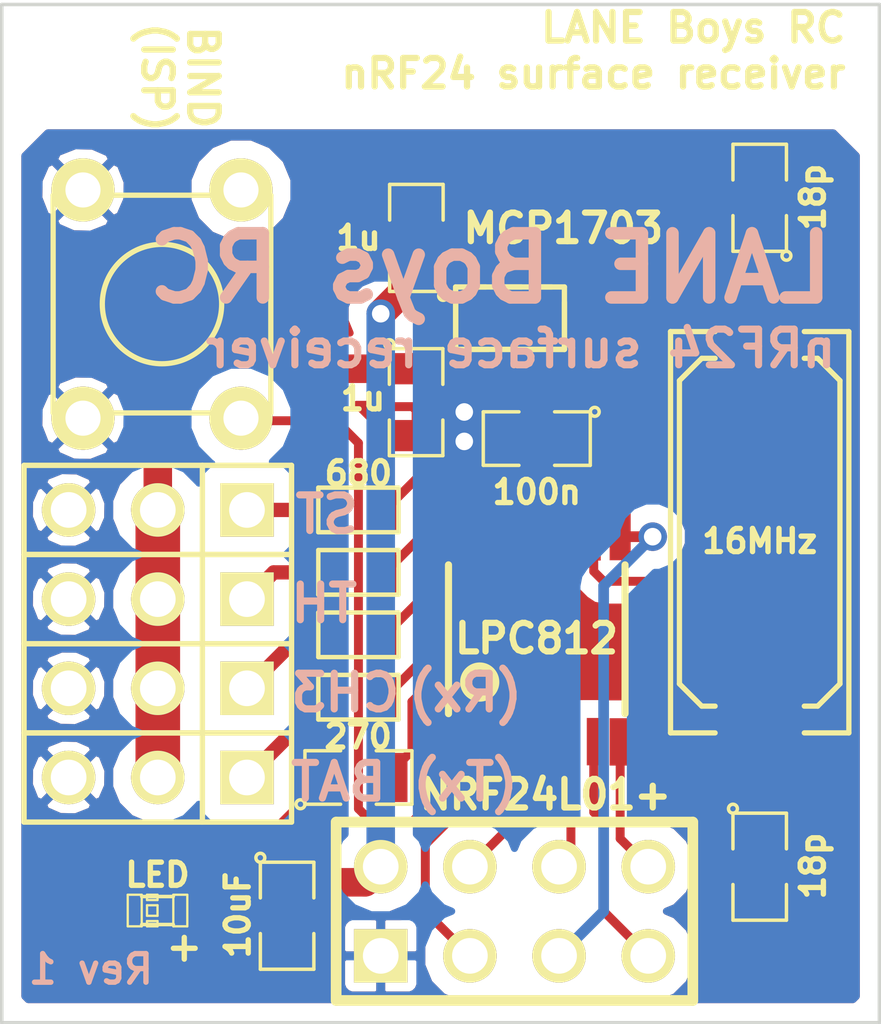
<source format=kicad_pcb>
(kicad_pcb (version 3) (host pcbnew "(2013-jul-07)-stable")

  (general
    (links 46)
    (no_connects 0)
    (area 62.8655 56.949999 88.050001 86.050001)
    (thickness 1.6)
    (drawings 16)
    (tracks 127)
    (zones 0)
    (modules 21)
    (nets 23)
  )

  (page User 150.012 150.012)
  (title_block 
    (title "LPC812 / nRF24L01+ RC receiver")
    (rev 1)
    (company "LANE Boys RC")
  )

  (layers
    (15 F.Cu signal)
    (0 B.Cu signal)
    (19 F.Paste user)
    (20 B.SilkS user hide)
    (21 F.SilkS user)
    (22 B.Mask user hide)
    (23 F.Mask user hide)
    (28 Edge.Cuts user)
  )

  (setup
    (last_trace_width 0.254)
    (user_trace_width 0.2032)
    (user_trace_width 0.254)
    (user_trace_width 0.3048)
    (user_trace_width 0.4064)
    (user_trace_width 0.6096)
    (user_trace_width 0.8128)
    (user_trace_width 1)
    (user_trace_width 1.016)
    (user_trace_width 1.27)
    (user_trace_width 1.4224)
    (user_trace_width 1.6764)
    (user_trace_width 2)
    (trace_clearance 0.2032)
    (zone_clearance 0.508)
    (zone_45_only no)
    (trace_min 0.1524)
    (segment_width 0.2)
    (edge_width 0.1)
    (via_size 0.813)
    (via_drill 0.5)
    (via_min_size 0.6096)
    (via_min_drill 0.3048)
    (user_via 0.8128 0.5)
    (user_via 0.9144 0.6)
    (user_via 1.2192 0.8)
    (user_via 1.524 1)
    (user_via 1.8288 1.2)
    (user_via 2.286 1.5)
    (uvia_size 0.508)
    (uvia_drill 0.127)
    (uvias_allowed no)
    (uvia_min_size 0.508)
    (uvia_min_drill 0.127)
    (pcb_text_width 0.3)
    (pcb_text_size 1.5 1.5)
    (mod_edge_width 0.15)
    (mod_text_size 0.8128 0.8128)
    (mod_text_width 0.1778)
    (pad_size 1.5 1.5)
    (pad_drill 0.6)
    (pad_to_mask_clearance 0)
    (aux_axis_origin 63 86)
    (visible_elements 7FFFFF9F)
    (pcbplotparams
      (layerselection 284196865)
      (usegerberextensions true)
      (excludeedgelayer false)
      (linewidth 0.150000)
      (plotframeref false)
      (viasonmask false)
      (mode 1)
      (useauxorigin true)
      (hpglpennumber 1)
      (hpglpenspeed 20)
      (hpglpendiameter 15)
      (hpglpenoverlay 2)
      (psnegative false)
      (psa4output false)
      (plotreference false)
      (plotvalue true)
      (plotothertext false)
      (plotinvisibletext false)
      (padsonsilk false)
      (subtractmaskfromsilk true)
      (outputformat 1)
      (mirror false)
      (drillshape 0)
      (scaleselection 1)
      (outputdirectory ../../../../scratchpad/test/))
  )

  (net 0 "")
  (net 1 +3.3V)
  (net 2 +BATT)
  (net 3 /CE)
  (net 4 /CH1)
  (net 5 /CH2)
  (net 6 /CH3-Rx)
  (net 7 /CSN)
  (net 8 /IRQ)
  (net 9 /ISP-BIND)
  (net 10 /LED)
  (net 11 /MISO)
  (net 12 /MOSI)
  (net 13 /SCK)
  (net 14 /Tx)
  (net 15 /XTALIN)
  (net 16 /XTALOUT)
  (net 17 N-000001)
  (net 18 N-0000010)
  (net 19 N-0000011)
  (net 20 N-000008)
  (net 21 N-000009)
  (net 22 VSS)

  (net_class Default "This is the default net class."
    (clearance 0.2032)
    (trace_width 0.254)
    (via_dia 0.813)
    (via_drill 0.5)
    (uvia_dia 0.508)
    (uvia_drill 0.127)
    (add_net "")
    (add_net +3.3V)
    (add_net +BATT)
    (add_net /CE)
    (add_net /CH1)
    (add_net /CH2)
    (add_net /CH3-Rx)
    (add_net /CSN)
    (add_net /IRQ)
    (add_net /ISP-BIND)
    (add_net /LED)
    (add_net /MISO)
    (add_net /MOSI)
    (add_net /SCK)
    (add_net /Tx)
    (add_net /XTALIN)
    (add_net /XTALOUT)
    (add_net N-000001)
    (add_net N-0000010)
    (add_net N-0000011)
    (add_net N-000008)
    (add_net N-000009)
    (add_net VSS)
  )

  (module pin_array_4x2 (layer F.Cu) (tedit 5476ECD5) (tstamp 5474369F)
    (at 77.605 82.825)
    (descr "Double rangee de contacts 2 x 4 pins")
    (tags CONN)
    (path /546ED38F)
    (fp_text reference P1 (at 6.031 0.015) (layer F.SilkS) hide
      (effects (font (size 0.8128 0.8128) (thickness 0.2032)))
    )
    (fp_text value NRF24L01+ (at 0.881 -3.323) (layer F.SilkS)
      (effects (font (size 0.8128 0.8128) (thickness 0.1778)))
    )
    (fp_line (start -5.08 -2.54) (end 5.08 -2.54) (layer F.SilkS) (width 0.3048))
    (fp_line (start 5.08 -2.54) (end 5.08 2.54) (layer F.SilkS) (width 0.3048))
    (fp_line (start 5.08 2.54) (end -5.08 2.54) (layer F.SilkS) (width 0.3048))
    (fp_line (start -5.08 2.54) (end -5.08 -2.54) (layer F.SilkS) (width 0.3048))
    (pad 1 thru_hole rect (at -3.81 1.27) (size 1.524 1.524) (drill 1.016)
      (layers *.Cu *.Mask F.SilkS)
      (net 22 VSS)
    )
    (pad 2 thru_hole circle (at -3.81 -1.27) (size 1.524 1.524) (drill 1.016)
      (layers *.Cu *.Mask F.SilkS)
      (net 1 +3.3V)
    )
    (pad 3 thru_hole circle (at -1.27 1.27) (size 1.524 1.524) (drill 1.016)
      (layers *.Cu *.Mask F.SilkS)
      (net 3 /CE)
    )
    (pad 4 thru_hole circle (at -1.27 -1.27) (size 1.524 1.524) (drill 1.016)
      (layers *.Cu *.Mask F.SilkS)
      (net 7 /CSN)
    )
    (pad 5 thru_hole circle (at 1.27 1.27) (size 1.524 1.524) (drill 1.016)
      (layers *.Cu *.Mask F.SilkS)
      (net 13 /SCK)
    )
    (pad 6 thru_hole circle (at 1.27 -1.27) (size 1.524 1.524) (drill 1.016)
      (layers *.Cu *.Mask F.SilkS)
      (net 12 /MOSI)
    )
    (pad 7 thru_hole circle (at 3.81 1.27) (size 1.524 1.524) (drill 1.016)
      (layers *.Cu *.Mask F.SilkS)
      (net 11 /MISO)
    )
    (pad 8 thru_hole circle (at 3.81 -1.27) (size 1.524 1.524) (drill 1.016)
      (layers *.Cu *.Mask F.SilkS)
      (net 8 /IRQ)
    )
    (model pin_array/pins_array_4x2.wrl
      (at (xyz 0 0 0))
      (scale (xyz 1 1 1))
      (rotate (xyz 0 0 0))
    )
  )

  (module PIN_ARRAY_3X1 (layer F.Cu) (tedit 547318CC) (tstamp 546EE5FA)
    (at 67.445 79.015 180)
    (descr "Connecteur 3 pins")
    (tags "CONN DEV")
    (path /546ED52C)
    (fp_text reference K1 (at 0.254 -2.159 180) (layer F.SilkS) hide
      (effects (font (size 1.016 1.016) (thickness 0.1524)))
    )
    (fp_text value BAT (at 0 -2.159 180) (layer F.SilkS) hide
      (effects (font (size 0.8128 0.8128) (thickness 0.1778)))
    )
    (fp_line (start -3.81 1.27) (end -3.81 -1.27) (layer F.SilkS) (width 0.1524))
    (fp_line (start -3.81 -1.27) (end 3.81 -1.27) (layer F.SilkS) (width 0.1524))
    (fp_line (start 3.81 -1.27) (end 3.81 1.27) (layer F.SilkS) (width 0.1524))
    (fp_line (start 3.81 1.27) (end -3.81 1.27) (layer F.SilkS) (width 0.1524))
    (fp_line (start -1.27 -1.27) (end -1.27 1.27) (layer F.SilkS) (width 0.1524))
    (pad 1 thru_hole rect (at -2.54 0 180) (size 1.524 1.524) (drill 1.016)
      (layers *.Cu *.Mask F.SilkS)
      (net 19 N-0000011)
    )
    (pad 2 thru_hole circle (at 0 0 180) (size 1.524 1.524) (drill 1.016)
      (layers *.Cu *.Mask F.SilkS)
      (net 2 +BATT)
    )
    (pad 3 thru_hole circle (at 2.54 0 180) (size 1.524 1.524) (drill 1.016)
      (layers *.Cu *.Mask F.SilkS)
      (net 22 VSS)
    )
    (model pin_array/pins_array_3x1.wrl
      (at (xyz 0 0 0))
      (scale (xyz 1 1 1))
      (rotate (xyz 0 0 0))
    )
  )

  (module PIN_ARRAY_3X1 (layer F.Cu) (tedit 547318C1) (tstamp 546EE606)
    (at 67.445 76.475 180)
    (descr "Connecteur 3 pins")
    (tags "CONN DEV")
    (path /546EDCB1)
    (fp_text reference K2 (at 0.254 -2.159 180) (layer F.SilkS) hide
      (effects (font (size 1.016 1.016) (thickness 0.1524)))
    )
    (fp_text value CH3 (at 0 -2.159 180) (layer F.SilkS) hide
      (effects (font (size 0.8128 0.8128) (thickness 0.1778)))
    )
    (fp_line (start -3.81 1.27) (end -3.81 -1.27) (layer F.SilkS) (width 0.1524))
    (fp_line (start -3.81 -1.27) (end 3.81 -1.27) (layer F.SilkS) (width 0.1524))
    (fp_line (start 3.81 -1.27) (end 3.81 1.27) (layer F.SilkS) (width 0.1524))
    (fp_line (start 3.81 1.27) (end -3.81 1.27) (layer F.SilkS) (width 0.1524))
    (fp_line (start -1.27 -1.27) (end -1.27 1.27) (layer F.SilkS) (width 0.1524))
    (pad 1 thru_hole rect (at -2.54 0 180) (size 1.524 1.524) (drill 1.016)
      (layers *.Cu *.Mask F.SilkS)
      (net 18 N-0000010)
    )
    (pad 2 thru_hole circle (at 0 0 180) (size 1.524 1.524) (drill 1.016)
      (layers *.Cu *.Mask F.SilkS)
      (net 2 +BATT)
    )
    (pad 3 thru_hole circle (at 2.54 0 180) (size 1.524 1.524) (drill 1.016)
      (layers *.Cu *.Mask F.SilkS)
      (net 22 VSS)
    )
    (model pin_array/pins_array_3x1.wrl
      (at (xyz 0 0 0))
      (scale (xyz 1 1 1))
      (rotate (xyz 0 0 0))
    )
  )

  (module PIN_ARRAY_3X1 (layer F.Cu) (tedit 547318B6) (tstamp 546EE612)
    (at 67.445 73.935 180)
    (descr "Connecteur 3 pins")
    (tags "CONN DEV")
    (path /546EDCC0)
    (fp_text reference K3 (at 0.254 -2.159 180) (layer F.SilkS) hide
      (effects (font (size 1.016 1.016) (thickness 0.1524)))
    )
    (fp_text value TH (at 0 -2.159 180) (layer F.SilkS) hide
      (effects (font (size 0.8128 0.8128) (thickness 0.1778)))
    )
    (fp_line (start -3.81 1.27) (end -3.81 -1.27) (layer F.SilkS) (width 0.1524))
    (fp_line (start -3.81 -1.27) (end 3.81 -1.27) (layer F.SilkS) (width 0.1524))
    (fp_line (start 3.81 -1.27) (end 3.81 1.27) (layer F.SilkS) (width 0.1524))
    (fp_line (start 3.81 1.27) (end -3.81 1.27) (layer F.SilkS) (width 0.1524))
    (fp_line (start -1.27 -1.27) (end -1.27 1.27) (layer F.SilkS) (width 0.1524))
    (pad 1 thru_hole rect (at -2.54 0 180) (size 1.524 1.524) (drill 1.016)
      (layers *.Cu *.Mask F.SilkS)
      (net 21 N-000009)
    )
    (pad 2 thru_hole circle (at 0 0 180) (size 1.524 1.524) (drill 1.016)
      (layers *.Cu *.Mask F.SilkS)
      (net 2 +BATT)
    )
    (pad 3 thru_hole circle (at 2.54 0 180) (size 1.524 1.524) (drill 1.016)
      (layers *.Cu *.Mask F.SilkS)
      (net 22 VSS)
    )
    (model pin_array/pins_array_3x1.wrl
      (at (xyz 0 0 0))
      (scale (xyz 1 1 1))
      (rotate (xyz 0 0 0))
    )
  )

  (module PIN_ARRAY_3X1 (layer F.Cu) (tedit 547318AD) (tstamp 546EE61E)
    (at 67.445 71.395 180)
    (descr "Connecteur 3 pins")
    (tags "CONN DEV")
    (path /546EDCCF)
    (fp_text reference K4 (at 0.254 -2.159 180) (layer F.SilkS) hide
      (effects (font (size 1.016 1.016) (thickness 0.1524)))
    )
    (fp_text value ST (at 0 -2.159 180) (layer F.SilkS) hide
      (effects (font (size 0.8128 0.8128) (thickness 0.1778)))
    )
    (fp_line (start -3.81 1.27) (end -3.81 -1.27) (layer F.SilkS) (width 0.1524))
    (fp_line (start -3.81 -1.27) (end 3.81 -1.27) (layer F.SilkS) (width 0.1524))
    (fp_line (start 3.81 -1.27) (end 3.81 1.27) (layer F.SilkS) (width 0.1524))
    (fp_line (start 3.81 1.27) (end -3.81 1.27) (layer F.SilkS) (width 0.1524))
    (fp_line (start -1.27 -1.27) (end -1.27 1.27) (layer F.SilkS) (width 0.1524))
    (pad 1 thru_hole rect (at -2.54 0 180) (size 1.524 1.524) (drill 1.016)
      (layers *.Cu *.Mask F.SilkS)
      (net 20 N-000008)
    )
    (pad 2 thru_hole circle (at 0 0 180) (size 1.524 1.524) (drill 1.016)
      (layers *.Cu *.Mask F.SilkS)
      (net 2 +BATT)
    )
    (pad 3 thru_hole circle (at 2.54 0 180) (size 1.524 1.524) (drill 1.016)
      (layers *.Cu *.Mask F.SilkS)
      (net 22 VSS)
    )
    (model pin_array/pins_array_3x1.wrl
      (at (xyz 0 0 0))
      (scale (xyz 1 1 1))
      (rotate (xyz 0 0 0))
    )
  )

  (module LED-0603 (layer F.Cu) (tedit 5476EA91) (tstamp 546F0175)
    (at 67.437 82.804 180)
    (descr "LED 0603 smd package")
    (tags "LED led 0603 SMD smd SMT smt smdled SMDLED smtled SMTLED")
    (path /546F0587)
    (attr smd)
    (fp_text reference D1 (at 1.843 -0.2055 180) (layer F.SilkS) hide
      (effects (font (size 0.508 0.508) (thickness 0.127)))
    )
    (fp_text value LED (at 0 1.016 180) (layer F.SilkS)
      (effects (font (size 0.6604 0.6604) (thickness 0.1524)))
    )
    (fp_line (start 0.44958 -0.44958) (end 0.44958 0.44958) (layer F.SilkS) (width 0.06604))
    (fp_line (start 0.44958 0.44958) (end 0.84836 0.44958) (layer F.SilkS) (width 0.06604))
    (fp_line (start 0.84836 -0.44958) (end 0.84836 0.44958) (layer F.SilkS) (width 0.06604))
    (fp_line (start 0.44958 -0.44958) (end 0.84836 -0.44958) (layer F.SilkS) (width 0.06604))
    (fp_line (start -0.84836 -0.44958) (end -0.84836 0.44958) (layer F.SilkS) (width 0.06604))
    (fp_line (start -0.84836 0.44958) (end -0.44958 0.44958) (layer F.SilkS) (width 0.06604))
    (fp_line (start -0.44958 -0.44958) (end -0.44958 0.44958) (layer F.SilkS) (width 0.06604))
    (fp_line (start -0.84836 -0.44958) (end -0.44958 -0.44958) (layer F.SilkS) (width 0.06604))
    (fp_line (start 0 -0.44958) (end 0 -0.29972) (layer F.SilkS) (width 0.06604))
    (fp_line (start 0 -0.29972) (end 0.29972 -0.29972) (layer F.SilkS) (width 0.06604))
    (fp_line (start 0.29972 -0.44958) (end 0.29972 -0.29972) (layer F.SilkS) (width 0.06604))
    (fp_line (start 0 -0.44958) (end 0.29972 -0.44958) (layer F.SilkS) (width 0.06604))
    (fp_line (start 0 0.29972) (end 0 0.44958) (layer F.SilkS) (width 0.06604))
    (fp_line (start 0 0.44958) (end 0.29972 0.44958) (layer F.SilkS) (width 0.06604))
    (fp_line (start 0.29972 0.29972) (end 0.29972 0.44958) (layer F.SilkS) (width 0.06604))
    (fp_line (start 0 0.29972) (end 0.29972 0.29972) (layer F.SilkS) (width 0.06604))
    (fp_line (start 0 -0.14986) (end 0 0.14986) (layer F.SilkS) (width 0.06604))
    (fp_line (start 0 0.14986) (end 0.29972 0.14986) (layer F.SilkS) (width 0.06604))
    (fp_line (start 0.29972 -0.14986) (end 0.29972 0.14986) (layer F.SilkS) (width 0.06604))
    (fp_line (start 0 -0.14986) (end 0.29972 -0.14986) (layer F.SilkS) (width 0.06604))
    (fp_line (start 0.44958 -0.39878) (end -0.44958 -0.39878) (layer F.SilkS) (width 0.1016))
    (fp_line (start 0.44958 0.39878) (end -0.44958 0.39878) (layer F.SilkS) (width 0.1016))
    (pad 1 smd rect (at -0.7493 0 180) (size 0.79756 0.79756)
      (layers F.Cu F.Paste F.Mask)
      (net 1 +3.3V)
    )
    (pad 2 smd rect (at 0.7493 0 180) (size 0.79756 0.79756)
      (layers F.Cu F.Paste F.Mask)
      (net 17 N-000001)
    )
  )

  (module SM0805 (layer F.Cu) (tedit 547672B4) (tstamp 5471B95E)
    (at 71.128 82.952 270)
    (path /5471B4BB)
    (attr smd)
    (fp_text reference C6 (at 0 -0.3175 270) (layer F.SilkS) hide
      (effects (font (size 0.50038 0.50038) (thickness 0.10922)))
    )
    (fp_text value 10uF (at -0.021 1.405 270) (layer F.SilkS)
      (effects (font (size 0.6604 0.6604) (thickness 0.1524)))
    )
    (fp_circle (center -1.651 0.762) (end -1.651 0.635) (layer F.SilkS) (width 0.09906))
    (fp_line (start -0.508 0.762) (end -1.524 0.762) (layer F.SilkS) (width 0.09906))
    (fp_line (start -1.524 0.762) (end -1.524 -0.762) (layer F.SilkS) (width 0.09906))
    (fp_line (start -1.524 -0.762) (end -0.508 -0.762) (layer F.SilkS) (width 0.09906))
    (fp_line (start 0.508 -0.762) (end 1.524 -0.762) (layer F.SilkS) (width 0.09906))
    (fp_line (start 1.524 -0.762) (end 1.524 0.762) (layer F.SilkS) (width 0.09906))
    (fp_line (start 1.524 0.762) (end 0.508 0.762) (layer F.SilkS) (width 0.09906))
    (pad 1 smd rect (at -0.9525 0 270) (size 0.889 1.397)
      (layers F.Cu F.Paste F.Mask)
      (net 1 +3.3V)
    )
    (pad 2 smd rect (at 0.9525 0 270) (size 0.889 1.397)
      (layers F.Cu F.Paste F.Mask)
      (net 22 VSS)
    )
    (model smd/chip_cms.wrl
      (at (xyz 0 0 0))
      (scale (xyz 0.1 0.1 0.1))
      (rotate (xyz 0 0 0))
    )
  )

  (module SM0603 (layer F.Cu) (tedit 547318E4) (tstamp 5471D13B)
    (at 73.16 76.729 180)
    (path /5471D01E)
    (attr smd)
    (fp_text reference R2 (at 0 0 180) (layer F.SilkS) hide
      (effects (font (size 0.508 0.4572) (thickness 0.1143)))
    )
    (fp_text value 680 (at 0 0 180) (layer F.SilkS) hide
      (effects (font (size 0.8128 0.8128) (thickness 0.1778)))
    )
    (fp_line (start -1.143 -0.635) (end 1.143 -0.635) (layer F.SilkS) (width 0.127))
    (fp_line (start 1.143 -0.635) (end 1.143 0.635) (layer F.SilkS) (width 0.127))
    (fp_line (start 1.143 0.635) (end -1.143 0.635) (layer F.SilkS) (width 0.127))
    (fp_line (start -1.143 0.635) (end -1.143 -0.635) (layer F.SilkS) (width 0.127))
    (pad 1 smd rect (at -0.762 0 180) (size 0.635 1.143)
      (layers F.Cu F.Paste F.Mask)
      (net 14 /Tx)
    )
    (pad 2 smd rect (at 0.762 0 180) (size 0.635 1.143)
      (layers F.Cu F.Paste F.Mask)
      (net 19 N-0000011)
    )
    (model smd\resistors\R0603.wrl
      (at (xyz 0 0 0.001))
      (scale (xyz 0.5 0.5 0.5))
      (rotate (xyz 0 0 0))
    )
  )

  (module SM0603 (layer F.Cu) (tedit 547318E8) (tstamp 5471D145)
    (at 73.16 74.951 180)
    (path /5471D02B)
    (attr smd)
    (fp_text reference R3 (at 0 0 180) (layer F.SilkS) hide
      (effects (font (size 0.508 0.4572) (thickness 0.1143)))
    )
    (fp_text value 680 (at 0 0 180) (layer F.SilkS) hide
      (effects (font (size 0.8128 0.8128) (thickness 0.1778)))
    )
    (fp_line (start -1.143 -0.635) (end 1.143 -0.635) (layer F.SilkS) (width 0.127))
    (fp_line (start 1.143 -0.635) (end 1.143 0.635) (layer F.SilkS) (width 0.127))
    (fp_line (start 1.143 0.635) (end -1.143 0.635) (layer F.SilkS) (width 0.127))
    (fp_line (start -1.143 0.635) (end -1.143 -0.635) (layer F.SilkS) (width 0.127))
    (pad 1 smd rect (at -0.762 0 180) (size 0.635 1.143)
      (layers F.Cu F.Paste F.Mask)
      (net 6 /CH3-Rx)
    )
    (pad 2 smd rect (at 0.762 0 180) (size 0.635 1.143)
      (layers F.Cu F.Paste F.Mask)
      (net 18 N-0000010)
    )
    (model smd\resistors\R0603.wrl
      (at (xyz 0 0 0.001))
      (scale (xyz 0.5 0.5 0.5))
      (rotate (xyz 0 0 0))
    )
  )

  (module SM0603 (layer F.Cu) (tedit 547318ED) (tstamp 5471D1EF)
    (at 73.16 73.173 180)
    (path /5471D031)
    (attr smd)
    (fp_text reference R4 (at 0 0 180) (layer F.SilkS) hide
      (effects (font (size 0.508 0.4572) (thickness 0.1143)))
    )
    (fp_text value 680 (at 0 0 180) (layer F.SilkS) hide
      (effects (font (size 0.8128 0.8128) (thickness 0.1778)))
    )
    (fp_line (start -1.143 -0.635) (end 1.143 -0.635) (layer F.SilkS) (width 0.127))
    (fp_line (start 1.143 -0.635) (end 1.143 0.635) (layer F.SilkS) (width 0.127))
    (fp_line (start 1.143 0.635) (end -1.143 0.635) (layer F.SilkS) (width 0.127))
    (fp_line (start -1.143 0.635) (end -1.143 -0.635) (layer F.SilkS) (width 0.127))
    (pad 1 smd rect (at -0.762 0 180) (size 0.635 1.143)
      (layers F.Cu F.Paste F.Mask)
      (net 5 /CH2)
    )
    (pad 2 smd rect (at 0.762 0 180) (size 0.635 1.143)
      (layers F.Cu F.Paste F.Mask)
      (net 21 N-000009)
    )
    (model smd\resistors\R0603.wrl
      (at (xyz 0 0 0.001))
      (scale (xyz 0.5 0.5 0.5))
      (rotate (xyz 0 0 0))
    )
  )

  (module SM0603 (layer F.Cu) (tedit 5476730D) (tstamp 5471D159)
    (at 73.16 71.395 180)
    (path /5471D037)
    (attr smd)
    (fp_text reference R5 (at 0 0 180) (layer F.SilkS) hide
      (effects (font (size 0.508 0.4572) (thickness 0.1143)))
    )
    (fp_text value 680 (at 0 1.0414 180) (layer F.SilkS)
      (effects (font (size 0.6604 0.6604) (thickness 0.1524)))
    )
    (fp_line (start -1.143 -0.635) (end 1.143 -0.635) (layer F.SilkS) (width 0.127))
    (fp_line (start 1.143 -0.635) (end 1.143 0.635) (layer F.SilkS) (width 0.127))
    (fp_line (start 1.143 0.635) (end -1.143 0.635) (layer F.SilkS) (width 0.127))
    (fp_line (start -1.143 0.635) (end -1.143 -0.635) (layer F.SilkS) (width 0.127))
    (pad 1 smd rect (at -0.762 0 180) (size 0.635 1.143)
      (layers F.Cu F.Paste F.Mask)
      (net 4 /CH1)
    )
    (pad 2 smd rect (at 0.762 0 180) (size 0.635 1.143)
      (layers F.Cu F.Paste F.Mask)
      (net 20 N-000008)
    )
    (model smd\resistors\R0603.wrl
      (at (xyz 0 0 0.001))
      (scale (xyz 0.5 0.5 0.5))
      (rotate (xyz 0 0 0))
    )
  )

  (module SM0805 (layer F.Cu) (tedit 54767375) (tstamp 546EE62A)
    (at 74.811 63.648 90)
    (path /546ED3A6)
    (attr smd)
    (fp_text reference C3 (at 0 -0.3175 90) (layer F.SilkS) hide
      (effects (font (size 0.8128 0.8128) (thickness 0.10922)))
    )
    (fp_text value 1u (at 0 -1.651 180) (layer F.SilkS)
      (effects (font (size 0.6604 0.6604) (thickness 0.1524)))
    )
    (fp_circle (center -1.651 0.762) (end -1.651 0.635) (layer F.SilkS) (width 0.09906))
    (fp_line (start -0.508 0.762) (end -1.524 0.762) (layer F.SilkS) (width 0.09906))
    (fp_line (start -1.524 0.762) (end -1.524 -0.762) (layer F.SilkS) (width 0.09906))
    (fp_line (start -1.524 -0.762) (end -0.508 -0.762) (layer F.SilkS) (width 0.09906))
    (fp_line (start 0.508 -0.762) (end 1.524 -0.762) (layer F.SilkS) (width 0.09906))
    (fp_line (start 1.524 -0.762) (end 1.524 0.762) (layer F.SilkS) (width 0.09906))
    (fp_line (start 1.524 0.762) (end 0.508 0.762) (layer F.SilkS) (width 0.09906))
    (pad 1 smd rect (at -0.9525 0 90) (size 0.889 1.397)
      (layers F.Cu F.Paste F.Mask)
      (net 1 +3.3V)
    )
    (pad 2 smd rect (at 0.9525 0 90) (size 0.889 1.397)
      (layers F.Cu F.Paste F.Mask)
      (net 22 VSS)
    )
    (model smd/chip_cms.wrl
      (at (xyz 0 0 0))
      (scale (xyz 0.1 0.1 0.1))
      (rotate (xyz 0 0 0))
    )
  )

  (module SM0805 (layer F.Cu) (tedit 54767366) (tstamp 546EE636)
    (at 78.24 69.363 180)
    (path /546ED3B5)
    (attr smd)
    (fp_text reference C1 (at 0 -0.3175 180) (layer F.SilkS) hide
      (effects (font (size 0.50038 0.50038) (thickness 0.10922)))
    )
    (fp_text value 100n (at 0 -1.524 180) (layer F.SilkS)
      (effects (font (size 0.6604 0.6604) (thickness 0.1524)))
    )
    (fp_circle (center -1.651 0.762) (end -1.651 0.635) (layer F.SilkS) (width 0.09906))
    (fp_line (start -0.508 0.762) (end -1.524 0.762) (layer F.SilkS) (width 0.09906))
    (fp_line (start -1.524 0.762) (end -1.524 -0.762) (layer F.SilkS) (width 0.09906))
    (fp_line (start -1.524 -0.762) (end -0.508 -0.762) (layer F.SilkS) (width 0.09906))
    (fp_line (start 0.508 -0.762) (end 1.524 -0.762) (layer F.SilkS) (width 0.09906))
    (fp_line (start 1.524 -0.762) (end 1.524 0.762) (layer F.SilkS) (width 0.09906))
    (fp_line (start 1.524 0.762) (end 0.508 0.762) (layer F.SilkS) (width 0.09906))
    (pad 1 smd rect (at -0.9525 0 180) (size 0.889 1.397)
      (layers F.Cu F.Paste F.Mask)
      (net 1 +3.3V)
    )
    (pad 2 smd rect (at 0.9525 0 180) (size 0.889 1.397)
      (layers F.Cu F.Paste F.Mask)
      (net 22 VSS)
    )
    (model smd/chip_cms.wrl
      (at (xyz 0 0 0))
      (scale (xyz 0.1 0.1 0.1))
      (rotate (xyz 0 0 0))
    )
  )

  (module SM0805 (layer F.Cu) (tedit 54767371) (tstamp 546EE642)
    (at 74.803 68.326 270)
    (path /546ED3C4)
    (attr smd)
    (fp_text reference C2 (at 0 -0.3175 270) (layer F.SilkS) hide
      (effects (font (size 0.50038 0.50038) (thickness 0.10922)))
    )
    (fp_text value 1u (at -0.106 1.516 360) (layer F.SilkS)
      (effects (font (size 0.6604 0.6604) (thickness 0.1524)))
    )
    (fp_circle (center -1.651 0.762) (end -1.651 0.635) (layer F.SilkS) (width 0.09906))
    (fp_line (start -0.508 0.762) (end -1.524 0.762) (layer F.SilkS) (width 0.09906))
    (fp_line (start -1.524 0.762) (end -1.524 -0.762) (layer F.SilkS) (width 0.09906))
    (fp_line (start -1.524 -0.762) (end -0.508 -0.762) (layer F.SilkS) (width 0.09906))
    (fp_line (start 0.508 -0.762) (end 1.524 -0.762) (layer F.SilkS) (width 0.09906))
    (fp_line (start 1.524 -0.762) (end 1.524 0.762) (layer F.SilkS) (width 0.09906))
    (fp_line (start 1.524 0.762) (end 0.508 0.762) (layer F.SilkS) (width 0.09906))
    (pad 1 smd rect (at -0.9525 0 270) (size 0.889 1.397)
      (layers F.Cu F.Paste F.Mask)
      (net 2 +BATT)
    )
    (pad 2 smd rect (at 0.9525 0 270) (size 0.889 1.397)
      (layers F.Cu F.Paste F.Mask)
      (net 22 VSS)
    )
    (model smd/chip_cms.wrl
      (at (xyz 0 0 0))
      (scale (xyz 0.1 0.1 0.1))
      (rotate (xyz 0 0 0))
    )
  )

  (module Q_49U3HMS (layer F.Cu) (tedit 5476733D) (tstamp 547727DD)
    (at 84.59 72.03 90)
    (path /546EFECA)
    (fp_text reference X1 (at -0.1 -1.6 90) (layer F.SilkS) hide
      (effects (font (size 0.8 0.8) (thickness 0.15)))
    )
    (fp_text value 16MHz (at -0.254 0 180) (layer F.SilkS)
      (effects (font (size 0.6604 0.6604) (thickness 0.1524)))
    )
    (fp_line (start -4.953 -1.651) (end -4.953 -1.27) (layer F.SilkS) (width 0.15))
    (fp_line (start -4.953 1.651) (end -4.953 1.27) (layer F.SilkS) (width 0.15))
    (fp_line (start 4.953 1.651) (end 4.953 1.27) (layer F.SilkS) (width 0.15))
    (fp_line (start 4.953 -1.651) (end 4.953 -1.27) (layer F.SilkS) (width 0.15))
    (fp_line (start 5.715 -2.54) (end 5.715 -1.27) (layer F.SilkS) (width 0.15))
    (fp_line (start 5.715 2.54) (end 5.715 1.27) (layer F.SilkS) (width 0.15))
    (fp_line (start -5.715 2.54) (end -5.715 1.27) (layer F.SilkS) (width 0.15))
    (fp_line (start -5.715 -2.54) (end -5.715 -1.27) (layer F.SilkS) (width 0.15))
    (fp_line (start -4.953 1.651) (end -4.318 2.286) (layer F.SilkS) (width 0.15))
    (fp_line (start -4.318 2.286) (end 4.318 2.286) (layer F.SilkS) (width 0.15))
    (fp_line (start 4.318 2.286) (end 4.953 1.651) (layer F.SilkS) (width 0.15))
    (fp_line (start 4.953 -1.651) (end 4.318 -2.286) (layer F.SilkS) (width 0.15))
    (fp_line (start 4.318 -2.286) (end -4.318 -2.286) (layer F.SilkS) (width 0.15))
    (fp_line (start -4.318 -2.286) (end -4.953 -1.651) (layer F.SilkS) (width 0.15))
    (fp_line (start 5.715 2.54) (end -5.715 2.54) (layer F.SilkS) (width 0.15))
    (fp_line (start -5.715 -2.54) (end 5.715 -2.54) (layer F.SilkS) (width 0.15))
    (pad 1 smd rect (at -4.699 0 90) (size 5.4991 1.99898)
      (layers F.Cu F.Paste F.Mask)
      (net 16 /XTALOUT)
    )
    (pad 2 smd rect (at 4.699 0 90) (size 5.4991 1.99898)
      (layers F.Cu F.Paste F.Mask)
      (net 15 /XTALIN)
    )
    (model smd/smd_crystal&oscillator/crystal_hc-49-smd.wrl
      (at (xyz 0 0 0))
      (scale (xyz 1 1 1))
      (rotate (xyz 0 0 0))
    )
  )

  (module MCP1703-SOT95P300X145-3N (layer F.Cu) (tedit 54758AA7) (tstamp 547315A5)
    (at 77.478 65.934 180)
    (path /546ED329)
    (attr smd)
    (fp_text reference U1 (at 0 -2.54 180) (layer F.SilkS) hide
      (effects (font (size 0.8128 0.8128) (thickness 0.2032)))
    )
    (fp_text value MCP1703 (at -1.516 2.561 180) (layer F.SilkS)
      (effects (font (size 0.8128 0.8128) (thickness 0.1778)))
    )
    (fp_line (start -0.6858 0.889) (end -1.1938 0.889) (layer F.SilkS) (width 0.1524))
    (fp_line (start 1.1938 0.889) (end 0.6858 0.889) (layer F.SilkS) (width 0.1524))
    (fp_line (start -0.254 -0.889) (end 0.254 -0.889) (layer F.SilkS) (width 0.1524))
    (fp_line (start -1.5494 0.889) (end 1.5494 0.889) (layer F.SilkS) (width 0.1524))
    (fp_line (start 1.5494 0.889) (end 1.5494 -0.889) (layer F.SilkS) (width 0.1524))
    (fp_line (start 1.5494 -0.889) (end -1.5494 -0.889) (layer F.SilkS) (width 0.1524))
    (fp_line (start -1.5494 -0.889) (end -1.5494 0.889) (layer F.SilkS) (width 0.1524))
    (fp_line (start -0.6096 -0.889) (end -1.5494 -0.889) (layer F.SilkS) (width 0.1524))
    (fp_line (start -0.3302 0.889) (end 0.3302 0.889) (layer F.SilkS) (width 0.1524))
    (fp_line (start 1.5494 0.4572) (end 1.5494 -0.889) (layer F.SilkS) (width 0.1524))
    (fp_line (start 1.5494 -0.889) (end 0.6096 -0.889) (layer F.SilkS) (width 0.1524))
    (fp_line (start -1.5494 -0.889) (end -1.5494 0.4572) (layer F.SilkS) (width 0.1524))
    (pad 1 smd rect (at -0.9398 1.1938 180) (size 0.5588 1.3208)
      (layers F.Cu F.Paste F.Mask)
      (net 22 VSS)
    )
    (pad 2 smd rect (at 0.9398 1.1938 180) (size 0.5588 1.3208)
      (layers F.Cu F.Paste F.Mask)
      (net 1 +3.3V)
    )
    (pad 3 smd rect (at 0 -1.1938 180) (size 0.5588 1.3208)
      (layers F.Cu F.Paste F.Mask)
      (net 2 +BATT)
    )
  )

  (module NXP-TSSOP16 (layer F.Cu) (tedit 54754E1F) (tstamp 546EE5DE)
    (at 78.24 75.078)
    (descr "<b>Thin Shrink Small Outline Plastic 16</b><p>")
    (path /546ED16B)
    (fp_text reference U2 (at -3.302 0 90) (layer F.SilkS) hide
      (effects (font (size 0.8128 0.8128) (thickness 0.2032)))
    )
    (fp_text value LPC812 (at -0.008 -0.021) (layer F.SilkS)
      (effects (font (size 0.8128 0.8128) (thickness 0.1778)))
    )
    (fp_line (start -2.5146 2.28092) (end 2.5146 2.28092) (layer Cmts.User) (width 0.2032))
    (fp_line (start 2.5146 -2.11836) (end 2.5146 2.11836) (layer F.SilkS) (width 0.2032))
    (fp_line (start 2.5146 -2.28092) (end -2.5146 -2.28092) (layer Cmts.User) (width 0.2032))
    (fp_line (start -2.5146 2.11836) (end -2.5146 -2.11836) (layer F.SilkS) (width 0.2032))
    (fp_line (start -2.69748 3.72364) (end -2.69748 -3.72364) (layer Dwgs.User) (width 0.0508))
    (fp_line (start 2.69748 -3.72364) (end 2.69748 3.72364) (layer Dwgs.User) (width 0.0508))
    (fp_line (start -2.69748 3.72364) (end 2.69748 3.72364) (layer Dwgs.User) (width 0.0508))
    (fp_line (start 2.69748 -3.72364) (end -2.69748 -3.72364) (layer Dwgs.User) (width 0.0508))
    (fp_circle (center -1.6256 1.2192) (end -1.1684 1.2192) (layer F.SilkS) (width 0.2032))
    (fp_line (start -2.3749 3.11912) (end -2.1717 3.11912) (layer Cmts.User) (width 0.127))
    (fp_line (start -2.1717 3.11912) (end -2.1717 2.28092) (layer Cmts.User) (width 0.127))
    (fp_line (start -2.1717 2.28092) (end -2.3749 2.28092) (layer Cmts.User) (width 0.127))
    (fp_line (start -2.3749 2.28092) (end -2.3749 3.11912) (layer Cmts.User) (width 0.127))
    (fp_line (start -1.72466 3.11912) (end -1.52146 3.11912) (layer Cmts.User) (width 0.127))
    (fp_line (start -1.52146 3.11912) (end -1.52146 2.28092) (layer Cmts.User) (width 0.127))
    (fp_line (start -1.52146 2.28092) (end -1.72466 2.28092) (layer Cmts.User) (width 0.127))
    (fp_line (start -1.72466 2.28092) (end -1.72466 3.11912) (layer Cmts.User) (width 0.127))
    (fp_line (start -1.07442 3.11912) (end -0.87122 3.11912) (layer Cmts.User) (width 0.127))
    (fp_line (start -0.87122 3.11912) (end -0.87122 2.28092) (layer Cmts.User) (width 0.127))
    (fp_line (start -0.87122 2.28092) (end -1.07442 2.28092) (layer Cmts.User) (width 0.127))
    (fp_line (start -1.07442 2.28092) (end -1.07442 3.11912) (layer Cmts.User) (width 0.127))
    (fp_line (start -0.42418 3.11912) (end -0.22098 3.11912) (layer Cmts.User) (width 0.127))
    (fp_line (start -0.22098 3.11912) (end -0.22098 2.28092) (layer Cmts.User) (width 0.127))
    (fp_line (start -0.22098 2.28092) (end -0.42418 2.28092) (layer Cmts.User) (width 0.127))
    (fp_line (start -0.42418 2.28092) (end -0.42418 3.11912) (layer Cmts.User) (width 0.127))
    (fp_line (start 0.22098 3.11912) (end 0.42418 3.11912) (layer Cmts.User) (width 0.127))
    (fp_line (start 0.42418 3.11912) (end 0.42418 2.28092) (layer Cmts.User) (width 0.127))
    (fp_line (start 0.42418 2.28092) (end 0.22098 2.28092) (layer Cmts.User) (width 0.127))
    (fp_line (start 0.22098 2.28092) (end 0.22098 3.11912) (layer Cmts.User) (width 0.127))
    (fp_line (start 0.87122 3.11912) (end 1.07442 3.11912) (layer Cmts.User) (width 0.127))
    (fp_line (start 1.07442 3.11912) (end 1.07442 2.28092) (layer Cmts.User) (width 0.127))
    (fp_line (start 1.07442 2.28092) (end 0.87122 2.28092) (layer Cmts.User) (width 0.127))
    (fp_line (start 0.87122 2.28092) (end 0.87122 3.11912) (layer Cmts.User) (width 0.127))
    (fp_line (start 1.52146 3.11912) (end 1.72466 3.11912) (layer Cmts.User) (width 0.127))
    (fp_line (start 1.72466 3.11912) (end 1.72466 2.28092) (layer Cmts.User) (width 0.127))
    (fp_line (start 1.72466 2.28092) (end 1.52146 2.28092) (layer Cmts.User) (width 0.127))
    (fp_line (start 1.52146 2.28092) (end 1.52146 3.11912) (layer Cmts.User) (width 0.127))
    (fp_line (start 2.1717 3.11912) (end 2.3749 3.11912) (layer Cmts.User) (width 0.127))
    (fp_line (start 2.3749 3.11912) (end 2.3749 2.28092) (layer Cmts.User) (width 0.127))
    (fp_line (start 2.3749 2.28092) (end 2.1717 2.28092) (layer Cmts.User) (width 0.127))
    (fp_line (start 2.1717 2.28092) (end 2.1717 3.11912) (layer Cmts.User) (width 0.127))
    (fp_line (start 2.1717 -2.28092) (end 2.3749 -2.28092) (layer Cmts.User) (width 0.127))
    (fp_line (start 2.3749 -2.28092) (end 2.3749 -3.11912) (layer Cmts.User) (width 0.127))
    (fp_line (start 2.3749 -3.11912) (end 2.1717 -3.11912) (layer Cmts.User) (width 0.127))
    (fp_line (start 2.1717 -3.11912) (end 2.1717 -2.28092) (layer Cmts.User) (width 0.127))
    (fp_line (start 1.52146 -2.28092) (end 1.72466 -2.28092) (layer Cmts.User) (width 0.127))
    (fp_line (start 1.72466 -2.28092) (end 1.72466 -3.11912) (layer Cmts.User) (width 0.127))
    (fp_line (start 1.72466 -3.11912) (end 1.52146 -3.11912) (layer Cmts.User) (width 0.127))
    (fp_line (start 1.52146 -3.11912) (end 1.52146 -2.28092) (layer Cmts.User) (width 0.127))
    (fp_line (start 0.87122 -2.28092) (end 1.07442 -2.28092) (layer Cmts.User) (width 0.127))
    (fp_line (start 1.07442 -2.28092) (end 1.07442 -3.11912) (layer Cmts.User) (width 0.127))
    (fp_line (start 1.07442 -3.11912) (end 0.87122 -3.11912) (layer Cmts.User) (width 0.127))
    (fp_line (start 0.87122 -3.11912) (end 0.87122 -2.28092) (layer Cmts.User) (width 0.127))
    (fp_line (start 0.22098 -2.28092) (end 0.42418 -2.28092) (layer Cmts.User) (width 0.127))
    (fp_line (start 0.42418 -2.28092) (end 0.42418 -3.11912) (layer Cmts.User) (width 0.127))
    (fp_line (start 0.42418 -3.11912) (end 0.22098 -3.11912) (layer Cmts.User) (width 0.127))
    (fp_line (start 0.22098 -3.11912) (end 0.22098 -2.28092) (layer Cmts.User) (width 0.127))
    (fp_line (start -0.42418 -2.28092) (end -0.22098 -2.28092) (layer Cmts.User) (width 0.127))
    (fp_line (start -0.22098 -2.28092) (end -0.22098 -3.11912) (layer Cmts.User) (width 0.127))
    (fp_line (start -0.22098 -3.11912) (end -0.42418 -3.11912) (layer Cmts.User) (width 0.127))
    (fp_line (start -0.42418 -3.11912) (end -0.42418 -2.28092) (layer Cmts.User) (width 0.127))
    (fp_line (start -1.07442 -2.28092) (end -0.87122 -2.28092) (layer Cmts.User) (width 0.127))
    (fp_line (start -0.87122 -2.28092) (end -0.87122 -3.11912) (layer Cmts.User) (width 0.127))
    (fp_line (start -0.87122 -3.11912) (end -1.07442 -3.11912) (layer Cmts.User) (width 0.127))
    (fp_line (start -1.07442 -3.11912) (end -1.07442 -2.28092) (layer Cmts.User) (width 0.127))
    (fp_line (start -1.72466 -2.28092) (end -1.52146 -2.28092) (layer Cmts.User) (width 0.127))
    (fp_line (start -1.52146 -2.28092) (end -1.52146 -3.11912) (layer Cmts.User) (width 0.127))
    (fp_line (start -1.52146 -3.11912) (end -1.72466 -3.11912) (layer Cmts.User) (width 0.127))
    (fp_line (start -1.72466 -3.11912) (end -1.72466 -2.28092) (layer Cmts.User) (width 0.127))
    (fp_line (start -2.3749 -2.28092) (end -2.1717 -2.28092) (layer Cmts.User) (width 0.127))
    (fp_line (start -2.1717 -2.28092) (end -2.1717 -3.11912) (layer Cmts.User) (width 0.127))
    (fp_line (start -2.1717 -3.11912) (end -2.3749 -3.11912) (layer Cmts.User) (width 0.127))
    (fp_line (start -2.3749 -3.11912) (end -2.3749 -2.28092) (layer Cmts.User) (width 0.127))
    (pad 1 smd rect (at -2.3749 2.92354) (size 0.59944 1.34874)
      (layers F.Cu F.Paste F.Mask)
      (net 3 /CE)
    )
    (pad 2 smd rect (at -1.62306 2.91592) (size 0.39878 1.34874)
      (layers F.Cu F.Paste F.Mask)
      (net 9 /ISP-BIND)
    )
    (pad 3 smd rect (at -0.97282 2.91592) (size 0.39878 1.34874)
      (layers F.Cu F.Paste F.Mask)
      (net 10 /LED)
    )
    (pad 4 smd rect (at -0.32258 2.91592) (size 0.39878 1.34874)
      (layers F.Cu F.Paste F.Mask)
      (net 14 /Tx)
    )
    (pad 5 smd rect (at 0.32258 2.91592) (size 0.39878 1.34874)
      (layers F.Cu F.Paste F.Mask)
      (net 7 /CSN)
    )
    (pad 6 smd rect (at 0.97282 2.91592) (size 0.39878 1.34874)
      (layers F.Cu F.Paste F.Mask)
      (net 12 /MOSI)
    )
    (pad 7 smd rect (at 1.62306 2.91592) (size 0.39878 1.34874)
      (layers F.Cu F.Paste F.Mask)
      (net 11 /MISO)
    )
    (pad 8 smd rect (at 2.3749 2.92354) (size 0.59944 1.34874)
      (layers F.Cu F.Paste F.Mask)
      (net 8 /IRQ)
    )
    (pad 9 smd rect (at 2.3749 -2.92354) (size 0.59944 1.34874)
      (layers F.Cu F.Paste F.Mask)
      (net 13 /SCK)
    )
    (pad 10 smd rect (at 1.62306 -2.91592) (size 0.39878 1.34874)
      (layers F.Cu F.Paste F.Mask)
      (net 16 /XTALOUT)
    )
    (pad 11 smd rect (at 0.97282 -2.91592) (size 0.39878 1.34874)
      (layers F.Cu F.Paste F.Mask)
      (net 15 /XTALIN)
    )
    (pad 12 smd rect (at 0.32258 -2.91592) (size 0.39878 1.34874)
      (layers F.Cu F.Paste F.Mask)
      (net 1 +3.3V)
    )
    (pad 13 smd rect (at -0.32258 -2.91592) (size 0.39878 1.34874)
      (layers F.Cu F.Paste F.Mask)
      (net 22 VSS)
    )
    (pad 14 smd rect (at -0.97282 -2.92354) (size 0.39878 1.34874)
      (layers F.Cu F.Paste F.Mask)
      (net 4 /CH1)
    )
    (pad 15 smd rect (at -1.62306 -2.92354) (size 0.39878 1.34874)
      (layers F.Cu F.Paste F.Mask)
      (net 5 /CH2)
    )
    (pad 16 smd rect (at -2.3749 -2.92354) (size 0.59944 1.34874)
      (layers F.Cu F.Paste F.Mask)
      (net 6 /CH3-Rx)
    )
  )

  (module MCDTS6 (layer F.Cu) (tedit 5476E770) (tstamp 54748DB5)
    (at 67.564 65.532 270)
    (descr "Multicomp MCDTS Series tact switch")
    (tags "tact switch push button sw spst")
    (path /5476E67E)
    (fp_text reference SW1 (at 0 -4 270) (layer F.SilkS) hide
      (effects (font (size 0.8128 0.8128) (thickness 0.1778)))
    )
    (fp_text value BIND/ISP (at 0 4 270) (layer F.SilkS) hide
      (effects (font (size 0.8128 0.8128) (thickness 0.1778)))
    )
    (fp_circle (center 0 0) (end 1.7 0) (layer F.SilkS) (width 0.15))
    (fp_line (start -3.1 -3.1) (end 3.1 -3.1) (layer F.SilkS) (width 0.15))
    (fp_line (start 3.1 -3.1) (end 3.1 3.1) (layer F.SilkS) (width 0.15))
    (fp_line (start 3.1 3.1) (end -3.1 3.1) (layer F.SilkS) (width 0.15))
    (fp_line (start -3.1 3.1) (end -3.1 -3.1) (layer F.SilkS) (width 0.15))
    (pad 1 thru_hole circle (at -3.25 -2.25 270) (size 1.8 1.8) (drill 1)
      (layers *.Cu *.Mask F.SilkS)
    )
    (pad 2 thru_hole circle (at 3.25 -2.25 270) (size 1.8 1.8) (drill 1)
      (layers *.Cu *.Mask F.SilkS)
      (net 9 /ISP-BIND)
    )
    (pad 3 thru_hole circle (at -3.25 2.25 270) (size 1.8 1.8) (drill 1)
      (layers *.Cu *.Mask F.SilkS)
      (net 22 VSS)
    )
    (pad 4 thru_hole circle (at 3.25 2.25 270) (size 1.8 1.8) (drill 1)
      (layers *.Cu *.Mask F.SilkS)
      (net 22 VSS)
    )
  )

  (module SM0805 (layer F.Cu) (tedit 5476ED34) (tstamp 546F013B)
    (at 84.59 81.555 270)
    (path /546EFF7D)
    (attr smd)
    (fp_text reference C4 (at 0 -0.3175 270) (layer F.SilkS) hide
      (effects (font (size 0.50038 0.50038) (thickness 0.10922)))
    )
    (fp_text value 18p (at -0.021 -1.516 270) (layer F.SilkS)
      (effects (font (size 0.6604 0.6604) (thickness 0.1524)))
    )
    (fp_circle (center -1.651 0.762) (end -1.651 0.635) (layer F.SilkS) (width 0.09906))
    (fp_line (start -0.508 0.762) (end -1.524 0.762) (layer F.SilkS) (width 0.09906))
    (fp_line (start -1.524 0.762) (end -1.524 -0.762) (layer F.SilkS) (width 0.09906))
    (fp_line (start -1.524 -0.762) (end -0.508 -0.762) (layer F.SilkS) (width 0.09906))
    (fp_line (start 0.508 -0.762) (end 1.524 -0.762) (layer F.SilkS) (width 0.09906))
    (fp_line (start 1.524 -0.762) (end 1.524 0.762) (layer F.SilkS) (width 0.09906))
    (fp_line (start 1.524 0.762) (end 0.508 0.762) (layer F.SilkS) (width 0.09906))
    (pad 1 smd rect (at -0.9525 0 270) (size 0.889 1.397)
      (layers F.Cu F.Paste F.Mask)
      (net 16 /XTALOUT)
    )
    (pad 2 smd rect (at 0.9525 0 270) (size 0.889 1.397)
      (layers F.Cu F.Paste F.Mask)
      (net 22 VSS)
    )
    (model smd/chip_cms.wrl
      (at (xyz 0 0 0))
      (scale (xyz 0.1 0.1 0.1))
      (rotate (xyz 0 0 0))
    )
  )

  (module SM0805 (layer F.Cu) (tedit 5476ED14) (tstamp 54742FD4)
    (at 84.59 62.505 90)
    (path /546EFF8A)
    (attr smd)
    (fp_text reference C5 (at 0 -0.3175 90) (layer F.SilkS) hide
      (effects (font (size 0.50038 0.50038) (thickness 0.10922)))
    )
    (fp_text value 18p (at 0.021 1.516 90) (layer F.SilkS)
      (effects (font (size 0.6604 0.6604) (thickness 0.1524)))
    )
    (fp_circle (center -1.651 0.762) (end -1.651 0.635) (layer F.SilkS) (width 0.09906))
    (fp_line (start -0.508 0.762) (end -1.524 0.762) (layer F.SilkS) (width 0.09906))
    (fp_line (start -1.524 0.762) (end -1.524 -0.762) (layer F.SilkS) (width 0.09906))
    (fp_line (start -1.524 -0.762) (end -0.508 -0.762) (layer F.SilkS) (width 0.09906))
    (fp_line (start 0.508 -0.762) (end 1.524 -0.762) (layer F.SilkS) (width 0.09906))
    (fp_line (start 1.524 -0.762) (end 1.524 0.762) (layer F.SilkS) (width 0.09906))
    (fp_line (start 1.524 0.762) (end 0.508 0.762) (layer F.SilkS) (width 0.09906))
    (pad 1 smd rect (at -0.9525 0 90) (size 0.889 1.397)
      (layers F.Cu F.Paste F.Mask)
      (net 15 /XTALIN)
    )
    (pad 2 smd rect (at 0.9525 0 90) (size 0.889 1.397)
      (layers F.Cu F.Paste F.Mask)
      (net 22 VSS)
    )
    (model smd/chip_cms.wrl
      (at (xyz 0 0 0))
      (scale (xyz 0.1 0.1 0.1))
      (rotate (xyz 0 0 0))
    )
  )

  (module SM0805 (layer F.Cu) (tedit 5476ED52) (tstamp 54754614)
    (at 73.16 79.015)
    (path /546F059C)
    (attr smd)
    (fp_text reference R1 (at 0 -0.3175) (layer F.SilkS) hide
      (effects (font (size 0.50038 0.50038) (thickness 0.10922)))
    )
    (fp_text value 270 (at -0.008 -1.164) (layer F.SilkS)
      (effects (font (size 0.6604 0.6604) (thickness 0.1524)))
    )
    (fp_circle (center -1.651 0.762) (end -1.651 0.635) (layer F.SilkS) (width 0.09906))
    (fp_line (start -0.508 0.762) (end -1.524 0.762) (layer F.SilkS) (width 0.09906))
    (fp_line (start -1.524 0.762) (end -1.524 -0.762) (layer F.SilkS) (width 0.09906))
    (fp_line (start -1.524 -0.762) (end -0.508 -0.762) (layer F.SilkS) (width 0.09906))
    (fp_line (start 0.508 -0.762) (end 1.524 -0.762) (layer F.SilkS) (width 0.09906))
    (fp_line (start 1.524 -0.762) (end 1.524 0.762) (layer F.SilkS) (width 0.09906))
    (fp_line (start 1.524 0.762) (end 0.508 0.762) (layer F.SilkS) (width 0.09906))
    (pad 1 smd rect (at -0.9525 0) (size 0.889 1.397)
      (layers F.Cu F.Paste F.Mask)
      (net 17 N-000001)
    )
    (pad 2 smd rect (at 0.9525 0) (size 0.889 1.397)
      (layers F.Cu F.Paste F.Mask)
      (net 10 /LED)
    )
    (model smd/chip_cms.wrl
      (at (xyz 0 0 0))
      (scale (xyz 0.1 0.1 0.1))
      (rotate (xyz 0 0 0))
    )
  )

  (gr_text "BIND\n(ISP)" (at 68.08 59.076 270) (layer F.SilkS)
    (effects (font (size 0.8128 0.8128) (thickness 0.1778)))
  )
  (gr_text "LANE Boys RC\nnRF24 surface receiver" (at 87.13 58.314) (layer F.SilkS)
    (effects (font (size 0.8128 0.8128) (thickness 0.1778)) (justify right))
  )
  (gr_text "Rev 1" (at 65.54 84.476) (layer B.SilkS)
    (effects (font (size 0.8128 0.8128) (thickness 0.1524)) (justify mirror))
  )
  (gr_text "(Tx)" (at 76.208 79.142) (layer B.SilkS)
    (effects (font (size 1.016 1.016) (thickness 0.2032)) (justify mirror))
  )
  (gr_text "(Rx)" (at 76.208 76.602) (layer B.SilkS)
    (effects (font (size 1.016 1.016) (thickness 0.2032)) (justify mirror))
  )
  (gr_text BAT (at 71.128 79.142) (layer B.SilkS)
    (effects (font (size 1.016 1.016) (thickness 0.2032)) (justify right mirror))
  )
  (gr_text CH3 (at 71.128 76.602) (layer B.SilkS)
    (effects (font (size 1.016 1.016) (thickness 0.2032)) (justify right mirror))
  )
  (gr_text TH (at 71.128 74.062) (layer B.SilkS)
    (effects (font (size 1.016 1.016) (thickness 0.2032)) (justify right mirror))
  )
  (gr_text ST (at 71.255 71.522) (layer B.SilkS)
    (effects (font (size 1.016 1.016) (thickness 0.2032)) (justify right mirror))
  )
  (gr_text "nRF24 surface receiver" (at 86.868 66.802) (layer B.SilkS)
    (effects (font (size 1.016 1.016) (thickness 0.2032)) (justify left mirror))
  )
  (gr_text "LANE Boys RC" (at 86.868 64.516) (layer B.SilkS)
    (effects (font (size 1.8288 1.8288) (thickness 0.3556)) (justify left mirror))
  )
  (gr_text + (at 68.199 83.82) (layer F.SilkS)
    (effects (font (size 0.8128 0.8128) (thickness 0.1524)))
  )
  (gr_line (start 88 86) (end 88 57) (angle 90) (layer Edge.Cuts) (width 0.1))
  (gr_line (start 63 57) (end 63 86) (angle 90) (layer Edge.Cuts) (width 0.1))
  (gr_line (start 88 57) (end 63 57) (angle 90) (layer Edge.Cuts) (width 0.1))
  (gr_line (start 63 86) (end 88 86) (angle 90) (layer Edge.Cuts) (width 0.1))

  (segment (start 71.128 81.9995) (end 68.6225 81.9995) (width 0.4064) (layer F.Cu) (net 1) (status 10))
  (segment (start 68.1863 82.4357) (end 68.1863 82.804) (width 0.4064) (layer F.Cu) (net 1) (tstamp 5475450C) (status 30))
  (segment (start 68.6225 81.9995) (end 68.1863 82.4357) (width 0.4064) (layer F.Cu) (net 1) (tstamp 5475450B) (status 20))
  (segment (start 73.795 65.807) (end 74.811 64.791) (width 0.8128) (layer F.Cu) (net 1) (status 20))
  (segment (start 73.795 81.555) (end 73.795 65.807) (width 0.8128) (layer B.Cu) (net 1) (status 10))
  (via (at 73.795 65.807) (size 0.813) (layers F.Cu B.Cu) (net 1))
  (segment (start 74.811 64.791) (end 74.811 64.6005) (width 0.8128) (layer F.Cu) (net 1) (tstamp 547529A2) (status 30))
  (segment (start 76.5382 64.7402) (end 77.732 65.934) (width 0.4064) (layer F.Cu) (net 1) (status 10))
  (segment (start 79.1925 66.8865) (end 79.1925 69.363) (width 0.4064) (layer F.Cu) (net 1) (tstamp 547524B2) (status 20))
  (segment (start 78.24 65.934) (end 79.1925 66.8865) (width 0.4064) (layer F.Cu) (net 1) (tstamp 547524AF))
  (segment (start 77.732 65.934) (end 78.24 65.934) (width 0.4064) (layer F.Cu) (net 1) (tstamp 547524AA))
  (segment (start 76.5382 64.7402) (end 76.3985 64.6005) (width 0.6096) (layer F.Cu) (net 1) (status 30))
  (segment (start 76.3985 64.6005) (end 74.811 64.6005) (width 0.6096) (layer F.Cu) (net 1) (tstamp 5475248C) (status 30))
  (segment (start 71.128 81.9995) (end 73.3505 81.9995) (width 0.8128) (layer F.Cu) (net 1) (status 30))
  (segment (start 73.3505 81.9995) (end 73.795 81.555) (width 0.8128) (layer F.Cu) (net 1) (tstamp 547492C6) (status 30))
  (segment (start 78.56258 72.16208) (end 78.56258 70.94542) (width 0.4064) (layer F.Cu) (net 1) (status 10))
  (segment (start 78.56258 70.94542) (end 79.1925 70.3155) (width 0.4064) (layer F.Cu) (net 1) (tstamp 547492B5))
  (segment (start 79.1925 70.3155) (end 79.1925 69.363) (width 0.4064) (layer F.Cu) (net 1) (tstamp 547492B6) (status 20))
  (segment (start 68.764 66.618) (end 70.8725 66.618) (width 0.8128) (layer F.Cu) (net 2))
  (segment (start 67.445 71.395) (end 67.445 67.937) (width 0.8128) (layer F.Cu) (net 2) (status 10))
  (segment (start 67.445 67.937) (end 68.764 66.618) (width 0.8128) (layer F.Cu) (net 2) (tstamp 54749341))
  (segment (start 71.628 67.3735) (end 74.803 67.3735) (width 0.8128) (layer F.Cu) (net 2) (tstamp 5476E841))
  (segment (start 70.8725 66.618) (end 71.628 67.3735) (width 0.8128) (layer F.Cu) (net 2) (tstamp 5476E83E))
  (segment (start 74.803 67.3735) (end 77.2323 67.3735) (width 0.6096) (layer F.Cu) (net 2) (status 30))
  (segment (start 77.2323 67.3735) (end 77.478 67.1278) (width 0.6096) (layer F.Cu) (net 2) (tstamp 54754681) (status 30))
  (segment (start 74.7605 67.331) (end 74.803 67.3735) (width 0.8128) (layer F.Cu) (net 2) (tstamp 5475467E) (status 30))
  (segment (start 67.445 73.935) (end 67.445 71.395) (width 1.27) (layer F.Cu) (net 2) (status 30))
  (segment (start 67.445 76.475) (end 67.445 73.935) (width 1.27) (layer F.Cu) (net 2) (status 30))
  (segment (start 67.445 79.015) (end 67.445 76.475) (width 1.27) (layer F.Cu) (net 2) (status 30))
  (segment (start 75.8651 78.00154) (end 75.8651 80.1199) (width 0.254) (layer F.Cu) (net 3) (status 10))
  (segment (start 75.065 82.825) (end 76.335 84.095) (width 0.254) (layer F.Cu) (net 3) (tstamp 54752800) (status 20))
  (segment (start 75.065 80.92) (end 75.065 82.825) (width 0.254) (layer F.Cu) (net 3) (tstamp 547527FE))
  (segment (start 75.8651 80.1199) (end 75.065 80.92) (width 0.254) (layer F.Cu) (net 3) (tstamp 547527F9))
  (segment (start 77.26718 72.15446) (end 77.26718 71.18418) (width 0.254) (layer F.Cu) (net 4) (status 10))
  (segment (start 74.811 70.506) (end 73.922 71.395) (width 0.254) (layer F.Cu) (net 4) (tstamp 5474927F) (status 20))
  (segment (start 76.589 70.506) (end 74.811 70.506) (width 0.254) (layer F.Cu) (net 4) (tstamp 5474927E))
  (segment (start 77.26718 71.18418) (end 76.589 70.506) (width 0.254) (layer F.Cu) (net 4) (tstamp 5474927D))
  (segment (start 74.938 71.268) (end 74.938 72.157) (width 0.254) (layer F.Cu) (net 5))
  (segment (start 74.938 71.268) (end 75.192 71.014) (width 0.254) (layer F.Cu) (net 5) (tstamp 5474926F))
  (segment (start 75.192 71.014) (end 76.335 71.014) (width 0.254) (layer F.Cu) (net 5) (tstamp 54749270))
  (segment (start 76.335 71.014) (end 76.61694 71.29594) (width 0.254) (layer F.Cu) (net 5) (tstamp 54749271))
  (segment (start 76.61694 72.15446) (end 76.61694 71.29594) (width 0.254) (layer F.Cu) (net 5) (tstamp 54749272) (status 10))
  (segment (start 74.938 72.157) (end 73.922 73.173) (width 0.254) (layer F.Cu) (net 5) (tstamp 547528DC) (status 20))
  (segment (start 75.8651 72.15446) (end 75.8651 73.0079) (width 0.254) (layer F.Cu) (net 6) (status 10))
  (segment (start 75.8651 73.0079) (end 73.922 74.951) (width 0.254) (layer F.Cu) (net 6) (tstamp 547528E1) (status 20))
  (segment (start 78.56258 77.99392) (end 78.56258 79.32742) (width 0.254) (layer F.Cu) (net 7) (status 10))
  (segment (start 78.56258 79.32742) (end 76.335 81.555) (width 0.254) (layer F.Cu) (net 7) (tstamp 5474925D) (status 20))
  (segment (start 80.6149 78.00154) (end 80.6149 80.7549) (width 0.254) (layer F.Cu) (net 8) (status 10))
  (segment (start 80.6149 80.7549) (end 81.415 81.555) (width 0.254) (layer F.Cu) (net 8) (tstamp 5474926A) (status 20))
  (segment (start 73.16 79.904) (end 73.16 69.49) (width 0.254) (layer F.Cu) (net 9) (tstamp 547492BE))
  (segment (start 73.541 80.285) (end 73.16 79.904) (width 0.254) (layer F.Cu) (net 9) (tstamp 54752912))
  (segment (start 74.684 80.285) (end 73.541 80.285) (width 0.254) (layer F.Cu) (net 9))
  (segment (start 76.61694 77.13794) (end 76.335 76.856) (width 0.254) (layer F.Cu) (net 9) (tstamp 5475284A))
  (segment (start 76.335 76.856) (end 75.446 76.856) (width 0.254) (layer F.Cu) (net 9) (tstamp 5475284D))
  (segment (start 75.446 76.856) (end 75.192 77.11) (width 0.254) (layer F.Cu) (net 9) (tstamp 5475284F))
  (segment (start 75.192 77.11) (end 75.192 79.777) (width 0.254) (layer F.Cu) (net 9) (tstamp 54752853))
  (segment (start 75.192 79.777) (end 74.684 80.285) (width 0.254) (layer F.Cu) (net 9) (tstamp 54752857))
  (segment (start 76.61694 77.99392) (end 76.61694 77.13794) (width 0.254) (layer F.Cu) (net 9) (status 10))
  (segment (start 72.525 68.855) (end 69.985 68.855) (width 0.254) (layer F.Cu) (net 9) (tstamp 54752342) (status 20))
  (segment (start 73.16 69.49) (end 72.525 68.855) (width 0.254) (layer F.Cu) (net 9))
  (segment (start 77.26718 77.99392) (end 77.26718 76.89918) (width 0.254) (layer F.Cu) (net 10) (status 10))
  (segment (start 77.26718 76.89918) (end 76.716 76.348) (width 0.254) (layer F.Cu) (net 10) (tstamp 54752885))
  (segment (start 76.716 76.348) (end 75.192 76.348) (width 0.254) (layer F.Cu) (net 10) (tstamp 54752888))
  (segment (start 75.192 76.348) (end 74.684 76.856) (width 0.254) (layer F.Cu) (net 10) (tstamp 5475288B))
  (segment (start 74.684 76.856) (end 74.684 78.253) (width 0.254) (layer F.Cu) (net 10) (tstamp 5475288E))
  (segment (start 74.684 78.253) (end 73.922 79.015) (width 0.254) (layer F.Cu) (net 10) (tstamp 54752890) (status 20))
  (segment (start 79.86306 77.99392) (end 79.86306 80.00306) (width 0.254) (layer F.Cu) (net 11) (status 10))
  (segment (start 80.145 82.825) (end 81.415 84.095) (width 0.254) (layer F.Cu) (net 11) (tstamp 54749266) (status 20))
  (segment (start 80.145 80.285) (end 80.145 82.825) (width 0.254) (layer F.Cu) (net 11) (tstamp 54749265))
  (segment (start 79.86306 80.00306) (end 80.145 80.285) (width 0.254) (layer F.Cu) (net 11) (tstamp 54749264))
  (segment (start 79.21282 77.99392) (end 79.21282 81.21718) (width 0.254) (layer F.Cu) (net 12) (status 30))
  (segment (start 79.21282 81.21718) (end 78.875 81.555) (width 0.254) (layer F.Cu) (net 12) (tstamp 54749261) (status 30))
  (segment (start 80.145 82.825) (end 80.145 73.554) (width 0.3048) (layer B.Cu) (net 13))
  (via (at 81.542 72.157) (size 0.813) (layers F.Cu B.Cu) (net 13))
  (segment (start 81.542 72.157) (end 80.61744 72.157) (width 0.3048) (layer F.Cu) (net 13) (tstamp 54749422) (status 20))
  (segment (start 80.6149 72.15446) (end 80.61744 72.157) (width 0.3048) (layer F.Cu) (net 13) (tstamp 54749423) (status 30))
  (segment (start 80.145 82.825) (end 78.875 84.095) (width 0.3048) (layer B.Cu) (net 13) (status 20))
  (segment (start 80.145 73.554) (end 81.542 72.157) (width 0.3048) (layer B.Cu) (net 13) (tstamp 54749BB0))
  (segment (start 76.97 75.84) (end 74.811 75.84) (width 0.254) (layer F.Cu) (net 14))
  (segment (start 77.91742 76.78742) (end 76.97 75.84) (width 0.254) (layer F.Cu) (net 14) (tstamp 54752895))
  (segment (start 77.91742 77.99392) (end 77.91742 76.78742) (width 0.254) (layer F.Cu) (net 14) (status 10))
  (segment (start 74.811 75.84) (end 73.922 76.729) (width 0.254) (layer F.Cu) (net 14) (tstamp 547528E4) (status 20))
  (segment (start 84.59 63.267) (end 84.59 67.331) (width 0.254) (layer F.Cu) (net 15) (status 30))
  (segment (start 79.21282 72.16208) (end 79.21282 71.18418) (width 0.254) (layer F.Cu) (net 15) (status 10))
  (segment (start 84.59 70.252) (end 84.59 67.331) (width 0.254) (layer F.Cu) (net 15) (tstamp 54749293) (status 20))
  (segment (start 83.955 70.887) (end 84.59 70.252) (width 0.254) (layer F.Cu) (net 15) (tstamp 54749292))
  (segment (start 79.51 70.887) (end 83.955 70.887) (width 0.254) (layer F.Cu) (net 15) (tstamp 54749291))
  (segment (start 79.21282 71.18418) (end 79.51 70.887) (width 0.254) (layer F.Cu) (net 15) (tstamp 54749290))
  (segment (start 84.59 80.793) (end 84.59 76.729) (width 0.254) (layer F.Cu) (net 16) (status 30))
  (segment (start 79.86306 72.16208) (end 79.86306 73.14506) (width 0.254) (layer F.Cu) (net 16) (status 10))
  (segment (start 84.59 74.189) (end 84.59 76.729) (width 0.254) (layer F.Cu) (net 16) (tstamp 54749299) (status 30))
  (segment (start 83.828 73.427) (end 84.59 74.189) (width 0.254) (layer F.Cu) (net 16) (tstamp 54749298) (status 20))
  (segment (start 80.145 73.427) (end 83.828 73.427) (width 0.254) (layer F.Cu) (net 16) (tstamp 54749297))
  (segment (start 79.86306 73.14506) (end 80.145 73.427) (width 0.254) (layer F.Cu) (net 16) (tstamp 54749296))
  (segment (start 72.398 79.015) (end 72.369 79.015) (width 0.4064) (layer F.Cu) (net 17) (status 30))
  (segment (start 72.369 79.015) (end 70.612 80.772) (width 0.4064) (layer F.Cu) (net 17) (tstamp 54754504) (status 10))
  (segment (start 70.612 80.772) (end 67.818 80.772) (width 0.4064) (layer F.Cu) (net 17) (tstamp 54754505))
  (segment (start 67.818 80.772) (end 66.6877 81.9023) (width 0.4064) (layer F.Cu) (net 17) (tstamp 54754507))
  (segment (start 66.6877 81.9023) (end 66.6877 82.804) (width 0.4064) (layer F.Cu) (net 17) (tstamp 54754508) (status 20))
  (segment (start 72.398 74.951) (end 71.509 74.951) (width 0.4064) (layer F.Cu) (net 18) (status 10))
  (segment (start 71.509 74.951) (end 69.985 76.475) (width 0.4064) (layer F.Cu) (net 18) (tstamp 54752940) (status 20))
  (segment (start 72.398 76.729) (end 72.271 76.729) (width 0.4064) (layer F.Cu) (net 19) (status 30))
  (segment (start 72.271 76.729) (end 69.985 79.015) (width 0.4064) (layer F.Cu) (net 19) (tstamp 54752943) (status 30))
  (segment (start 69.985 71.395) (end 72.398 71.395) (width 0.4064) (layer F.Cu) (net 20) (status 30))
  (segment (start 72.398 73.173) (end 70.747 73.173) (width 0.4064) (layer F.Cu) (net 21) (status 30))
  (segment (start 70.747 73.173) (end 69.985 73.935) (width 0.4064) (layer F.Cu) (net 21) (tstamp 5475293D) (status 30))
  (segment (start 76.1746 69.4436) (end 76.1492 68.6308) (width 0.254) (layer B.Cu) (net 22))
  (segment (start 76.1619 69.4309) (end 76.1746 69.4436) (width 0.4064) (layer F.Cu) (net 22) (tstamp 54749921))
  (via (at 76.1746 69.4436) (size 0.8128) (drill 0.5) (layers F.Cu B.Cu) (net 22))
  (segment (start 74.811 69.4265) (end 76.1619 69.4309) (width 0.4064) (layer F.Cu) (net 22) (status 10))
  (segment (start 76.1492 68.6308) (end 76.1746 69.4436) (width 0.254) (layer F.Cu) (net 22) (tstamp 5476714D))
  (segment (start 76.1746 68.6054) (end 76.1492 68.6308) (width 0.254) (layer F.Cu) (net 22) (tstamp 5476714C))
  (via (at 76.1746 68.6054) (size 0.8128) (drill 0.5) (layers F.Cu B.Cu) (net 22))
  (segment (start 76.1492 68.6308) (end 76.1746 68.6054) (width 0.254) (layer B.Cu) (net 22) (tstamp 54767142))
  (segment (start 77.91742 72.16208) (end 77.91742 69.99292) (width 0.4064) (layer F.Cu) (net 22) (status 10))
  (segment (start 77.91742 69.99292) (end 77.2875 69.363) (width 0.4064) (layer F.Cu) (net 22) (tstamp 54749826) (status 20))
  (segment (start 77.91742 72.16208) (end 77.91742 73.48542) (width 0.4064) (layer F.Cu) (net 22) (status 10))
  (segment (start 83.447 82.317) (end 84.59 82.317) (width 0.4064) (layer F.Cu) (net 22) (tstamp 5474981F) (status 20))
  (segment (start 83.32 82.19) (end 83.447 82.317) (width 0.4064) (layer F.Cu) (net 22) (tstamp 5474981C))
  (segment (start 83.32 81.936) (end 83.32 82.19) (width 0.4064) (layer F.Cu) (net 22) (tstamp 5474981B))
  (segment (start 83.066 81.682) (end 83.32 81.936) (width 0.4064) (layer F.Cu) (net 22) (tstamp 5474981A))
  (segment (start 83.066 80.412) (end 83.066 81.682) (width 0.4064) (layer F.Cu) (net 22) (tstamp 54749819))
  (segment (start 82.304 79.65) (end 83.066 80.412) (width 0.4064) (layer F.Cu) (net 22) (tstamp 54749818))
  (segment (start 82.304 76.221) (end 82.304 79.65) (width 0.4064) (layer F.Cu) (net 22) (tstamp 54749817))
  (segment (start 81.923 75.84) (end 82.304 76.221) (width 0.4064) (layer F.Cu) (net 22) (tstamp 54749816))
  (segment (start 80.272 75.84) (end 81.923 75.84) (width 0.4064) (layer F.Cu) (net 22) (tstamp 54749814))
  (segment (start 77.91742 73.48542) (end 80.272 75.84) (width 0.4064) (layer F.Cu) (net 22) (tstamp 54749812))

  (zone (net 22) (net_name VSS) (layer F.Cu) (tstamp 54749357) (hatch edge 0.508)
    (connect_pads (clearance 0.508))
    (min_thickness 0.2032)
    (fill (arc_segments 16) (thermal_gap 0.254) (thermal_bridge_width 0.254) (smoothing chamfer) (radius 1.27))
    (polygon
      (pts
        (xy 63 60.556) (xy 88 60.556) (xy 88 86) (xy 63 86)
      )
    )
    (filled_polygon
      (pts
        (xy 78.3797 68.170805) (xy 78.231508 68.318739) (xy 78.138507 68.542711) (xy 78.138295 68.785225) (xy 78.138295 70.182225)
        (xy 78.149407 70.209119) (xy 77.987844 70.370684) (xy 77.811651 70.634375) (xy 77.801796 70.683919) (xy 77.801795 70.683919)
        (xy 77.788035 70.663325) (xy 77.541831 70.417121) (xy 77.802423 70.417161) (xy 77.933168 70.363138) (xy 78.033287 70.263194)
        (xy 78.087538 70.132543) (xy 78.087661 69.991077) (xy 78.0876 69.4773) (xy 77.9987 69.3884) (xy 77.3129 69.3884)
        (xy 77.3129 69.4084) (xy 77.2621 69.4084) (xy 77.2621 69.3884) (xy 76.5763 69.3884) (xy 76.4874 69.4773)
        (xy 76.487365 69.7694) (xy 75.857161 69.7694) (xy 75.857161 68.763577) (xy 75.803138 68.632832) (xy 75.703194 68.532713)
        (xy 75.572543 68.478462) (xy 75.431077 68.478339) (xy 74.9173 68.4784) (xy 74.8284 68.5673) (xy 74.8284 69.2531)
        (xy 75.7682 69.2531) (xy 75.8571 69.1642) (xy 75.857161 68.763577) (xy 75.857161 69.7694) (xy 75.857157 69.7694)
        (xy 75.8571 69.3928) (xy 75.7682 69.3039) (xy 74.8284 69.3039) (xy 74.8284 69.3239) (xy 74.7776 69.3239)
        (xy 74.7776 69.3039) (xy 74.7576 69.3039) (xy 74.7576 69.2531) (xy 74.7776 69.2531) (xy 74.7776 68.5673)
        (xy 74.6887 68.4784) (xy 74.174923 68.478339) (xy 74.033457 68.478462) (xy 73.902806 68.532713) (xy 73.802862 68.632832)
        (xy 73.748839 68.763577) (xy 73.748885 69.07096) (xy 73.680855 68.969145) (xy 73.680851 68.969142) (xy 73.101209 68.3895)
        (xy 73.891213 68.3895) (xy 73.982711 68.427493) (xy 74.225225 68.427705) (xy 75.622225 68.427705) (xy 75.846359 68.335095)
        (xy 75.893636 68.2879) (xy 76.836076 68.2879) (xy 76.852839 68.304692) (xy 76.862859 68.308852) (xy 76.772577 68.308839)
        (xy 76.641832 68.362862) (xy 76.541713 68.462806) (xy 76.487462 68.593457) (xy 76.487339 68.734923) (xy 76.4874 69.2487)
        (xy 76.5763 69.3376) (xy 77.2621 69.3376) (xy 77.2621 69.3176) (xy 77.3129 69.3176) (xy 77.3129 69.3376)
        (xy 77.9987 69.3376) (xy 78.0876 69.2487) (xy 78.087661 68.734923) (xy 78.087538 68.593457) (xy 78.033287 68.462806)
        (xy 77.941882 68.371561) (xy 78.102259 68.305295) (xy 78.273892 68.133961) (xy 78.366893 67.909989) (xy 78.367105 67.667475)
        (xy 78.367105 67.254962) (xy 78.374468 67.217941) (xy 78.3797 67.223172) (xy 78.3797 68.170805)
      )
    )
    (filled_polygon
      (pts
        (xy 87.3404 85.245916) (xy 87.245916 85.3404) (xy 85.644161 85.3404) (xy 85.644161 83.022423) (xy 85.644161 81.992577)
        (xy 85.590138 81.861832) (xy 85.490194 81.761713) (xy 85.359543 81.707462) (xy 85.218077 81.707339) (xy 84.7043 81.7074)
        (xy 84.6154 81.7963) (xy 84.6154 82.4821) (xy 85.5552 82.4821) (xy 85.6441 82.3932) (xy 85.644161 81.992577)
        (xy 85.644161 83.022423) (xy 85.6441 82.6218) (xy 85.5552 82.5329) (xy 84.6154 82.5329) (xy 84.6154 83.2187)
        (xy 84.7043 83.3076) (xy 85.218077 83.307661) (xy 85.359543 83.307538) (xy 85.490194 83.253287) (xy 85.590138 83.153168)
        (xy 85.644161 83.022423) (xy 85.644161 85.3404) (xy 84.5646 85.3404) (xy 84.5646 83.2187) (xy 84.5646 82.5329)
        (xy 84.5646 82.4821) (xy 84.5646 81.7963) (xy 84.4757 81.7074) (xy 83.961923 81.707339) (xy 83.820457 81.707462)
        (xy 83.689806 81.761713) (xy 83.589862 81.861832) (xy 83.535839 81.992577) (xy 83.5359 82.3932) (xy 83.6248 82.4821)
        (xy 84.5646 82.4821) (xy 84.5646 82.5329) (xy 83.6248 82.5329) (xy 83.5359 82.6218) (xy 83.535839 83.022423)
        (xy 83.589862 83.153168) (xy 83.689806 83.253287) (xy 83.820457 83.307538) (xy 83.961923 83.307661) (xy 84.4757 83.3076)
        (xy 84.5646 83.2187) (xy 84.5646 85.3404) (xy 81.992633 85.3404) (xy 82.190934 85.258464) (xy 82.577108 84.872963)
        (xy 82.786361 84.369025) (xy 82.786837 83.823369) (xy 82.578464 83.319066) (xy 82.192963 82.932892) (xy 81.933113 82.824993)
        (xy 82.190934 82.718464) (xy 82.577108 82.332963) (xy 82.786361 81.829025) (xy 82.786837 81.283369) (xy 82.578464 80.779066)
        (xy 82.192963 80.392892) (xy 81.689025 80.183639) (xy 81.3515 80.183344) (xy 81.3515 79.101144) (xy 81.431112 79.021671)
        (xy 81.524113 78.797699) (xy 81.524325 78.555185) (xy 81.524325 77.206445) (xy 81.431715 76.982311) (xy 81.260381 76.810678)
        (xy 81.036409 76.717677) (xy 80.793895 76.717465) (xy 80.202079 76.717465) (xy 80.184239 76.710057) (xy 79.941725 76.709845)
        (xy 79.542945 76.709845) (xy 79.538205 76.711803) (xy 79.533999 76.710057) (xy 79.291485 76.709845) (xy 78.892705 76.709845)
        (xy 78.887965 76.711803) (xy 78.883759 76.710057) (xy 78.641245 76.709845) (xy 78.638589 76.709845) (xy 78.59795 76.505535)
        (xy 78.438275 76.266565) (xy 77.490855 75.319145) (xy 77.251885 75.15947) (xy 76.97 75.1034) (xy 74.849205 75.1034)
        (xy 74.849205 75.065505) (xy 76.385955 73.528755) (xy 76.446291 73.438454) (xy 76.538275 73.438535) (xy 76.937055 73.438535)
        (xy 76.941794 73.436576) (xy 76.946001 73.438323) (xy 77.188515 73.438535) (xy 77.587295 73.438535) (xy 77.811429 73.345925)
        (xy 77.9111 73.246427) (xy 78.017429 73.352942) (xy 78.241401 73.445943) (xy 78.483915 73.446155) (xy 78.882695 73.446155)
        (xy 78.887434 73.444196) (xy 78.891641 73.445943) (xy 79.134155 73.446155) (xy 79.195365 73.446155) (xy 79.342205 73.665915)
        (xy 79.624145 73.947855) (xy 79.863115 74.10753) (xy 80.145 74.1636) (xy 82.980805 74.1636) (xy 82.980805 79.599275)
        (xy 83.073415 79.823409) (xy 83.244749 79.995042) (xy 83.291108 80.014292) (xy 83.282007 80.036211) (xy 83.281795 80.278725)
        (xy 83.281795 81.167725) (xy 83.374405 81.391859) (xy 83.545739 81.563492) (xy 83.769711 81.656493) (xy 84.012225 81.656705)
        (xy 85.409225 81.656705) (xy 85.633359 81.564095) (xy 85.804992 81.392761) (xy 85.897993 81.168789) (xy 85.898205 80.926275)
        (xy 85.898205 80.037275) (xy 85.888783 80.014472) (xy 85.934349 79.995645) (xy 86.105982 79.824311) (xy 86.198983 79.600339)
        (xy 86.199195 79.357825) (xy 86.199195 73.858725) (xy 86.106585 73.634591) (xy 85.935251 73.462958) (xy 85.711279 73.369957)
        (xy 85.468765 73.369745) (xy 84.812454 73.369745) (xy 84.348855 72.906145) (xy 84.109885 72.74647) (xy 83.828 72.6904)
        (xy 82.42073 72.6904) (xy 82.557924 72.360002) (xy 82.558276 71.955772) (xy 82.421025 71.6236) (xy 83.955 71.6236)
        (xy 84.236885 71.56753) (xy 84.475855 71.407855) (xy 85.110851 70.772857) (xy 85.110854 70.772855) (xy 85.110855 70.772855)
        (xy 85.166046 70.690255) (xy 85.710215 70.690255) (xy 85.934349 70.597645) (xy 86.105982 70.426311) (xy 86.198983 70.202339)
        (xy 86.199195 69.959825) (xy 86.199195 64.460725) (xy 86.106585 64.236591) (xy 85.935251 64.064958) (xy 85.888891 64.045707)
        (xy 85.897993 64.023789) (xy 85.898205 63.781275) (xy 85.898205 62.892275) (xy 85.805595 62.668141) (xy 85.644161 62.506425)
        (xy 85.644161 62.067423) (xy 85.644161 61.037577) (xy 85.590138 60.906832) (xy 85.490194 60.806713) (xy 85.359543 60.752462)
        (xy 85.218077 60.752339) (xy 84.7043 60.7524) (xy 84.6154 60.8413) (xy 84.6154 61.5271) (xy 85.5552 61.5271)
        (xy 85.6441 61.4382) (xy 85.644161 61.037577) (xy 85.644161 62.067423) (xy 85.6441 61.6668) (xy 85.5552 61.5779)
        (xy 84.6154 61.5779) (xy 84.6154 62.2637) (xy 84.7043 62.3526) (xy 85.218077 62.352661) (xy 85.359543 62.352538)
        (xy 85.490194 62.298287) (xy 85.590138 62.198168) (xy 85.644161 62.067423) (xy 85.644161 62.506425) (xy 85.634261 62.496508)
        (xy 85.410289 62.403507) (xy 85.167775 62.403295) (xy 84.5646 62.403295) (xy 84.5646 62.2637) (xy 84.5646 61.5779)
        (xy 84.5646 61.5271) (xy 84.5646 60.8413) (xy 84.4757 60.7524) (xy 83.961923 60.752339) (xy 83.820457 60.752462)
        (xy 83.689806 60.806713) (xy 83.589862 60.906832) (xy 83.535839 61.037577) (xy 83.5359 61.4382) (xy 83.6248 61.5271)
        (xy 84.5646 61.5271) (xy 84.5646 61.5779) (xy 83.6248 61.5779) (xy 83.5359 61.6668) (xy 83.535839 62.067423)
        (xy 83.589862 62.198168) (xy 83.689806 62.298287) (xy 83.820457 62.352538) (xy 83.961923 62.352661) (xy 84.4757 62.3526)
        (xy 84.5646 62.2637) (xy 84.5646 62.403295) (xy 83.770775 62.403295) (xy 83.546641 62.495905) (xy 83.375008 62.667239)
        (xy 83.282007 62.891211) (xy 83.281795 63.133725) (xy 83.281795 64.022725) (xy 83.291216 64.045527) (xy 83.245651 64.064355)
        (xy 83.074018 64.235689) (xy 82.981017 64.459661) (xy 82.980805 64.702175) (xy 82.980805 70.1504) (xy 80.246521 70.1504)
        (xy 80.246705 69.940775) (xy 80.246705 68.543775) (xy 80.154095 68.319641) (xy 80.0053 68.170586) (xy 80.0053 66.8865)
        (xy 79.943429 66.575455) (xy 79.767236 66.311764) (xy 79.767236 66.311763) (xy 79.015879 65.560407) (xy 79.052738 65.471643)
        (xy 79.052861 65.330177) (xy 79.052861 64.150223) (xy 79.052738 64.008757) (xy 78.998487 63.878106) (xy 78.898368 63.778162)
        (xy 78.767623 63.724139) (xy 78.5321 63.7242) (xy 78.4432 63.8131) (xy 78.4432 64.7148) (xy 78.9639 64.7148)
        (xy 79.0528 64.6259) (xy 79.052861 64.150223) (xy 79.052861 65.330177) (xy 79.0528 64.8545) (xy 78.9639 64.7656)
        (xy 78.4432 64.7656) (xy 78.4432 64.7856) (xy 78.3924 64.7856) (xy 78.3924 64.7656) (xy 78.3924 64.7148)
        (xy 78.3924 63.8131) (xy 78.3035 63.7242) (xy 78.067977 63.724139) (xy 77.937232 63.778162) (xy 77.837113 63.878106)
        (xy 77.782862 64.008757) (xy 77.782739 64.150223) (xy 77.7828 64.6259) (xy 77.8717 64.7148) (xy 78.3924 64.7148)
        (xy 78.3924 64.7656) (xy 77.8717 64.7656) (xy 77.792386 64.844914) (xy 77.427305 64.479833) (xy 77.427305 63.959075)
        (xy 77.334695 63.734941) (xy 77.163361 63.563308) (xy 76.939389 63.470307) (xy 76.696875 63.470095) (xy 76.138075 63.470095)
        (xy 75.913941 63.562705) (xy 75.865161 63.611399) (xy 75.865161 63.210423) (xy 75.865161 62.180577) (xy 75.811138 62.049832)
        (xy 75.711194 61.949713) (xy 75.580543 61.895462) (xy 75.439077 61.895339) (xy 74.9253 61.8954) (xy 74.8364 61.9843)
        (xy 74.8364 62.6701) (xy 75.7762 62.6701) (xy 75.8651 62.5812) (xy 75.865161 62.180577) (xy 75.865161 63.210423)
        (xy 75.8651 62.8098) (xy 75.7762 62.7209) (xy 74.8364 62.7209) (xy 74.8364 63.4067) (xy 74.9253 63.4956)
        (xy 75.439077 63.495661) (xy 75.580543 63.495538) (xy 75.711194 63.441287) (xy 75.811138 63.341168) (xy 75.865161 63.210423)
        (xy 75.865161 63.611399) (xy 75.842367 63.634154) (xy 75.631289 63.546507) (xy 75.388775 63.546295) (xy 74.7856 63.546295)
        (xy 74.7856 63.4067) (xy 74.7856 62.7209) (xy 74.7856 62.6701) (xy 74.7856 61.9843) (xy 74.6967 61.8954)
        (xy 74.182923 61.895339) (xy 74.041457 61.895462) (xy 73.910806 61.949713) (xy 73.810862 62.049832) (xy 73.756839 62.180577)
        (xy 73.7569 62.5812) (xy 73.8458 62.6701) (xy 74.7856 62.6701) (xy 74.7856 62.7209) (xy 73.8458 62.7209)
        (xy 73.7569 62.8098) (xy 73.756839 63.210423) (xy 73.810862 63.341168) (xy 73.910806 63.441287) (xy 74.041457 63.495538)
        (xy 74.182923 63.495661) (xy 74.6967 63.4956) (xy 74.7856 63.4067) (xy 74.7856 63.546295) (xy 73.991775 63.546295)
        (xy 73.767641 63.638905) (xy 73.596008 63.810239) (xy 73.503007 64.034211) (xy 73.502795 64.276725) (xy 73.502795 64.662364)
        (xy 73.158786 65.006373) (xy 72.934094 65.230674) (xy 72.779076 65.603998) (xy 72.778724 66.008228) (xy 72.923039 66.3575)
        (xy 72.04884 66.3575) (xy 71.59092 65.89958) (xy 71.323861 65.721135) (xy 71.323861 61.98304) (xy 71.094522 61.427998)
        (xy 70.670236 61.00297) (xy 70.115595 60.772663) (xy 69.51504 60.772139) (xy 68.959998 61.001478) (xy 68.53497 61.425764)
        (xy 68.304663 61.980405) (xy 68.304139 62.58096) (xy 68.533478 63.136002) (xy 68.957764 63.56103) (xy 69.512405 63.791337)
        (xy 70.11296 63.791861) (xy 70.668002 63.562522) (xy 71.09303 63.138236) (xy 71.323337 62.583595) (xy 71.323861 61.98304)
        (xy 71.323861 65.721135) (xy 71.261307 65.679338) (xy 71.196799 65.666507) (xy 70.8725 65.602) (xy 68.764 65.602)
        (xy 68.375194 65.679338) (xy 68.265821 65.752419) (xy 68.045579 65.89958) (xy 66.72658 67.21858) (xy 66.574213 67.446611)
        (xy 66.574213 62.056685) (xy 66.392061 61.591573) (xy 66.364427 61.550217) (xy 66.174144 61.457777) (xy 66.138223 61.493698)
        (xy 66.138223 61.421856) (xy 66.045783 61.231573) (xy 65.588099 61.03149) (xy 65.088685 61.021787) (xy 64.623573 61.203939)
        (xy 64.582217 61.231573) (xy 64.489777 61.421856) (xy 65.314 62.246079) (xy 66.138223 61.421856) (xy 66.138223 61.493698)
        (xy 65.349921 62.282) (xy 66.174144 63.106223) (xy 66.364427 63.013783) (xy 66.56451 62.556099) (xy 66.574213 62.056685)
        (xy 66.574213 67.446611) (xy 66.506338 67.548193) (xy 66.493507 67.6127) (xy 66.429 67.937) (xy 66.429 68.185894)
        (xy 66.392061 68.091573) (xy 66.364427 68.050217) (xy 66.174144 67.957777) (xy 66.138223 67.993698) (xy 66.138223 67.921856)
        (xy 66.138223 63.142144) (xy 65.314 62.317921) (xy 65.278079 62.353842) (xy 65.278079 62.282) (xy 64.453856 61.457777)
        (xy 64.263573 61.550217) (xy 64.06349 62.007901) (xy 64.053787 62.507315) (xy 64.235939 62.972427) (xy 64.263573 63.013783)
        (xy 64.453856 63.106223) (xy 65.278079 62.282) (xy 65.278079 62.353842) (xy 64.489777 63.142144) (xy 64.582217 63.332427)
        (xy 65.039901 63.53251) (xy 65.539315 63.542213) (xy 66.004427 63.360061) (xy 66.045783 63.332427) (xy 66.138223 63.142144)
        (xy 66.138223 67.921856) (xy 66.045783 67.731573) (xy 65.588099 67.53149) (xy 65.088685 67.521787) (xy 64.623573 67.703939)
        (xy 64.582217 67.731573) (xy 64.489777 67.921856) (xy 65.314 68.746079) (xy 66.138223 67.921856) (xy 66.138223 67.993698)
        (xy 65.349921 68.782) (xy 66.174144 69.606223) (xy 66.364427 69.513783) (xy 66.429 69.366074) (xy 66.429 70.471183)
        (xy 66.282892 70.617037) (xy 66.138223 70.965439) (xy 66.138223 69.642144) (xy 65.314 68.817921) (xy 65.278079 68.853842)
        (xy 65.278079 68.782) (xy 64.453856 67.957777) (xy 64.263573 68.050217) (xy 64.06349 68.507901) (xy 64.053787 69.007315)
        (xy 64.235939 69.472427) (xy 64.263573 69.513783) (xy 64.453856 69.606223) (xy 65.278079 68.782) (xy 65.278079 68.853842)
        (xy 64.489777 69.642144) (xy 64.582217 69.832427) (xy 65.039901 70.03251) (xy 65.539315 70.042213) (xy 66.004427 69.860061)
        (xy 66.045783 69.832427) (xy 66.138223 69.642144) (xy 66.138223 70.965439) (xy 66.073639 71.120975) (xy 66.073163 71.666631)
        (xy 66.2004 71.974569) (xy 66.2004 73.3557) (xy 66.073639 73.660975) (xy 66.073163 74.206631) (xy 66.2004 74.514569)
        (xy 66.2004 75.8957) (xy 66.073639 76.200975) (xy 66.073163 76.746631) (xy 66.2004 77.054569) (xy 66.2004 78.4357)
        (xy 66.073639 78.740975) (xy 66.073163 79.286631) (xy 66.281536 79.790934) (xy 66.667037 80.177108) (xy 67.088438 80.352088)
        (xy 66.112964 81.327564) (xy 66.026213 81.457395) (xy 66.026213 78.811701) (xy 66.026213 76.271701) (xy 66.026213 73.731701)
        (xy 66.026213 71.191701) (xy 65.863066 70.778107) (xy 65.841571 70.745937) (xy 65.665626 70.670295) (xy 65.629705 70.706216)
        (xy 65.629705 70.634374) (xy 65.554063 70.458429) (xy 65.146246 70.281336) (xy 64.701701 70.273787) (xy 64.288107 70.436934)
        (xy 64.255937 70.458429) (xy 64.180295 70.634374) (xy 64.905 71.359079) (xy 65.629705 70.634374) (xy 65.629705 70.706216)
        (xy 64.940921 71.395) (xy 65.665626 72.119705) (xy 65.841571 72.044063) (xy 66.018664 71.636246) (xy 66.026213 71.191701)
        (xy 66.026213 73.731701) (xy 65.863066 73.318107) (xy 65.841571 73.285937) (xy 65.665626 73.210295) (xy 65.629705 73.246216)
        (xy 65.629705 73.174374) (xy 65.629705 72.155626) (xy 64.905 71.430921) (xy 64.869079 71.466842) (xy 64.869079 71.395)
        (xy 64.144374 70.670295) (xy 63.968429 70.745937) (xy 63.791336 71.153754) (xy 63.783787 71.598299) (xy 63.946934 72.011893)
        (xy 63.968429 72.044063) (xy 64.144374 72.119705) (xy 64.869079 71.395) (xy 64.869079 71.466842) (xy 64.180295 72.155626)
        (xy 64.255937 72.331571) (xy 64.663754 72.508664) (xy 65.108299 72.516213) (xy 65.521893 72.353066) (xy 65.554063 72.331571)
        (xy 65.629705 72.155626) (xy 65.629705 73.174374) (xy 65.554063 72.998429) (xy 65.146246 72.821336) (xy 64.701701 72.813787)
        (xy 64.288107 72.976934) (xy 64.255937 72.998429) (xy 64.180295 73.174374) (xy 64.905 73.899079) (xy 65.629705 73.174374)
        (xy 65.629705 73.246216) (xy 64.940921 73.935) (xy 65.665626 74.659705) (xy 65.841571 74.584063) (xy 66.018664 74.176246)
        (xy 66.026213 73.731701) (xy 66.026213 76.271701) (xy 65.863066 75.858107) (xy 65.841571 75.825937) (xy 65.665626 75.750295)
        (xy 65.629705 75.786216) (xy 65.629705 75.714374) (xy 65.629705 74.695626) (xy 64.905 73.970921) (xy 64.869079 74.006842)
        (xy 64.869079 73.935) (xy 64.144374 73.210295) (xy 63.968429 73.285937) (xy 63.791336 73.693754) (xy 63.783787 74.138299)
        (xy 63.946934 74.551893) (xy 63.968429 74.584063) (xy 64.144374 74.659705) (xy 64.869079 73.935) (xy 64.869079 74.006842)
        (xy 64.180295 74.695626) (xy 64.255937 74.871571) (xy 64.663754 75.048664) (xy 65.108299 75.056213) (xy 65.521893 74.893066)
        (xy 65.554063 74.871571) (xy 65.629705 74.695626) (xy 65.629705 75.714374) (xy 65.554063 75.538429) (xy 65.146246 75.361336)
        (xy 64.701701 75.353787) (xy 64.288107 75.516934) (xy 64.255937 75.538429) (xy 64.180295 75.714374) (xy 64.905 76.439079)
        (xy 65.629705 75.714374) (xy 65.629705 75.786216) (xy 64.940921 76.475) (xy 65.665626 77.199705) (xy 65.841571 77.124063)
        (xy 66.018664 76.716246) (xy 66.026213 76.271701) (xy 66.026213 78.811701) (xy 65.863066 78.398107) (xy 65.841571 78.365937)
        (xy 65.665626 78.290295) (xy 65.629705 78.326216) (xy 65.629705 78.254374) (xy 65.629705 77.235626) (xy 64.905 76.510921)
        (xy 64.869079 76.546842) (xy 64.869079 76.475) (xy 64.144374 75.750295) (xy 63.968429 75.825937) (xy 63.791336 76.233754)
        (xy 63.783787 76.678299) (xy 63.946934 77.091893) (xy 63.968429 77.124063) (xy 64.144374 77.199705) (xy 64.869079 76.475)
        (xy 64.869079 76.546842) (xy 64.180295 77.235626) (xy 64.255937 77.411571) (xy 64.663754 77.588664) (xy 65.108299 77.596213)
        (xy 65.521893 77.433066) (xy 65.554063 77.411571) (xy 65.629705 77.235626) (xy 65.629705 78.254374) (xy 65.554063 78.078429)
        (xy 65.146246 77.901336) (xy 64.701701 77.893787) (xy 64.288107 78.056934) (xy 64.255937 78.078429) (xy 64.180295 78.254374)
        (xy 64.905 78.979079) (xy 65.629705 78.254374) (xy 65.629705 78.326216) (xy 64.940921 79.015) (xy 65.665626 79.739705)
        (xy 65.841571 79.664063) (xy 66.018664 79.256246) (xy 66.026213 78.811701) (xy 66.026213 81.457395) (xy 65.936771 81.591255)
        (xy 65.8749 81.9023) (xy 65.8749 81.957165) (xy 65.772428 82.059459) (xy 65.679427 82.283431) (xy 65.679215 82.525945)
        (xy 65.679215 83.323505) (xy 65.771825 83.547639) (xy 65.943159 83.719272) (xy 66.167131 83.812273) (xy 66.409645 83.812485)
        (xy 67.207205 83.812485) (xy 67.431339 83.719875) (xy 67.436859 83.714364) (xy 67.441759 83.719272) (xy 67.665731 83.812273)
        (xy 67.908245 83.812485) (xy 68.705805 83.812485) (xy 68.929939 83.719875) (xy 69.101572 83.548541) (xy 69.194573 83.324569)
        (xy 69.194785 83.082055) (xy 69.194785 82.8123) (xy 69.935805 82.8123) (xy 70.083739 82.960492) (xy 70.307711 83.053493)
        (xy 70.550225 83.053705) (xy 71.947225 83.053705) (xy 72.039688 83.0155) (xy 72.87022 83.0155) (xy 72.831832 83.031362)
        (xy 72.731713 83.131306) (xy 72.677462 83.261957) (xy 72.677339 83.403423) (xy 72.6774 83.9807) (xy 72.7663 84.0696)
        (xy 73.7696 84.0696) (xy 73.7696 83.0663) (xy 73.6807 82.9774) (xy 73.542101 82.977388) (xy 73.674799 82.950992)
        (xy 73.739306 82.938162) (xy 73.739307 82.938162) (xy 73.75666 82.926566) (xy 74.066631 82.926837) (xy 74.3284 82.818676)
        (xy 74.3284 82.825) (xy 74.358706 82.977361) (xy 73.9093 82.9774) (xy 73.8204 83.0663) (xy 73.8204 84.0696)
        (xy 74.8237 84.0696) (xy 74.9126 83.9807) (xy 74.912628 83.714338) (xy 74.979959 83.781669) (xy 74.963639 83.820975)
        (xy 74.963163 84.366631) (xy 75.171536 84.870934) (xy 75.557037 85.257108) (xy 75.757626 85.3404) (xy 74.912661 85.3404)
        (xy 74.912661 84.786577) (xy 74.9126 84.2093) (xy 74.8237 84.1204) (xy 73.8204 84.1204) (xy 73.8204 85.1237)
        (xy 73.9093 85.2126) (xy 74.627423 85.212661) (xy 74.758168 85.158638) (xy 74.858287 85.058694) (xy 74.912538 84.928043)
        (xy 74.912661 84.786577) (xy 74.912661 85.3404) (xy 73.7696 85.3404) (xy 73.7696 85.1237) (xy 73.7696 84.1204)
        (xy 72.7663 84.1204) (xy 72.6774 84.2093) (xy 72.677339 84.786577) (xy 72.677462 84.928043) (xy 72.731713 85.058694)
        (xy 72.831832 85.158638) (xy 72.962577 85.212661) (xy 73.6807 85.2126) (xy 73.7696 85.1237) (xy 73.7696 85.3404)
        (xy 72.182161 85.3404) (xy 72.182161 84.419423) (xy 72.182161 83.389577) (xy 72.128138 83.258832) (xy 72.028194 83.158713)
        (xy 71.897543 83.104462) (xy 71.756077 83.104339) (xy 71.2423 83.1044) (xy 71.1534 83.1933) (xy 71.1534 83.8791)
        (xy 72.0932 83.8791) (xy 72.1821 83.7902) (xy 72.182161 83.389577) (xy 72.182161 84.419423) (xy 72.1821 84.0188)
        (xy 72.0932 83.9299) (xy 71.1534 83.9299) (xy 71.1534 84.6157) (xy 71.2423 84.7046) (xy 71.756077 84.704661)
        (xy 71.897543 84.704538) (xy 72.028194 84.650287) (xy 72.128138 84.550168) (xy 72.182161 84.419423) (xy 72.182161 85.3404)
        (xy 71.1026 85.3404) (xy 71.1026 84.6157) (xy 71.1026 83.9299) (xy 71.1026 83.8791) (xy 71.1026 83.1933)
        (xy 71.0137 83.1044) (xy 70.499923 83.104339) (xy 70.358457 83.104462) (xy 70.227806 83.158713) (xy 70.127862 83.258832)
        (xy 70.073839 83.389577) (xy 70.0739 83.7902) (xy 70.1628 83.8791) (xy 71.1026 83.8791) (xy 71.1026 83.9299)
        (xy 70.1628 83.9299) (xy 70.0739 84.0188) (xy 70.073839 84.419423) (xy 70.127862 84.550168) (xy 70.227806 84.650287)
        (xy 70.358457 84.704538) (xy 70.499923 84.704661) (xy 71.0137 84.7046) (xy 71.1026 84.6157) (xy 71.1026 85.3404)
        (xy 65.629705 85.3404) (xy 65.629705 79.775626) (xy 64.905 79.050921) (xy 64.869079 79.086842) (xy 64.869079 79.015)
        (xy 64.144374 78.290295) (xy 63.968429 78.365937) (xy 63.791336 78.773754) (xy 63.783787 79.218299) (xy 63.946934 79.631893)
        (xy 63.968429 79.664063) (xy 64.144374 79.739705) (xy 64.869079 79.015) (xy 64.869079 79.086842) (xy 64.180295 79.775626)
        (xy 64.255937 79.951571) (xy 64.663754 80.128664) (xy 65.108299 80.136213) (xy 65.521893 79.973066) (xy 65.554063 79.951571)
        (xy 65.629705 79.775626) (xy 65.629705 85.3404) (xy 63.754084 85.3404) (xy 63.6596 85.245916) (xy 63.6596 61.310084)
        (xy 64.312084 60.6576) (xy 86.687916 60.6576) (xy 87.3404 61.310084) (xy 87.3404 85.245916)
      )
    )
  )
  (zone (net 22) (net_name VSS) (layer B.Cu) (tstamp 5474935E) (hatch edge 0.508)
    (connect_pads (clearance 0.508))
    (min_thickness 0.2032)
    (fill (arc_segments 16) (thermal_gap 0.254) (thermal_bridge_width 0.254) (smoothing chamfer) (radius 1.27))
    (polygon
      (pts
        (xy 63 60.556) (xy 88 60.556) (xy 88 86) (xy 63 86)
      )
    )
    (filled_polygon
      (pts
        (xy 87.3404 85.245916) (xy 87.245916 85.3404) (xy 81.992633 85.3404) (xy 82.190934 85.258464) (xy 82.577108 84.872963)
        (xy 82.786361 84.369025) (xy 82.786837 83.823369) (xy 82.578464 83.319066) (xy 82.192963 82.932892) (xy 81.933113 82.824993)
        (xy 82.190934 82.718464) (xy 82.577108 82.332963) (xy 82.786361 81.829025) (xy 82.786837 81.283369) (xy 82.578464 80.779066)
        (xy 82.192963 80.392892) (xy 81.689025 80.183639) (xy 81.143369 80.183163) (xy 80.907 80.280828) (xy 80.907 73.86963)
        (xy 81.603476 73.173154) (xy 81.743228 73.173276) (xy 82.116823 73.01891) (xy 82.402906 72.733326) (xy 82.557924 72.360002)
        (xy 82.558276 71.955772) (xy 82.40391 71.582177) (xy 82.118326 71.296094) (xy 81.745002 71.141076) (xy 81.340772 71.140724)
        (xy 80.967177 71.29509) (xy 80.681094 71.580674) (xy 80.526076 71.953998) (xy 80.525952 72.095416) (xy 79.606185 73.015185)
        (xy 79.441004 73.262395) (xy 79.383 73.554) (xy 79.383 80.280793) (xy 79.149025 80.183639) (xy 78.603369 80.183163)
        (xy 78.099066 80.391536) (xy 77.712892 80.777037) (xy 77.604993 81.036886) (xy 77.498464 80.779066) (xy 77.112963 80.392892)
        (xy 76.609025 80.183639) (xy 76.063369 80.183163) (xy 75.559066 80.391536) (xy 75.172892 80.777037) (xy 75.064993 81.036886)
        (xy 74.958464 80.779066) (xy 74.811 80.631344) (xy 74.811 65.922725) (xy 74.811276 65.605772) (xy 74.65691 65.232177)
        (xy 74.371326 64.946094) (xy 73.998002 64.791076) (xy 73.593772 64.790724) (xy 73.220177 64.94509) (xy 72.934094 65.230674)
        (xy 72.779076 65.603998) (xy 72.778724 66.008228) (xy 72.779 66.008895) (xy 72.779 80.631183) (xy 72.632892 80.777037)
        (xy 72.423639 81.280975) (xy 72.423163 81.826631) (xy 72.631536 82.330934) (xy 73.017037 82.717108) (xy 73.520975 82.926361)
        (xy 74.066631 82.926837) (xy 74.570934 82.718464) (xy 74.957108 82.332963) (xy 75.065006 82.073113) (xy 75.171536 82.330934)
        (xy 75.557037 82.717108) (xy 75.816886 82.825006) (xy 75.559066 82.931536) (xy 75.172892 83.317037) (xy 74.963639 83.820975)
        (xy 74.963163 84.366631) (xy 75.171536 84.870934) (xy 75.557037 85.257108) (xy 75.757626 85.3404) (xy 74.912661 85.3404)
        (xy 74.912661 84.786577) (xy 74.912661 83.403423) (xy 74.912538 83.261957) (xy 74.858287 83.131306) (xy 74.758168 83.031362)
        (xy 74.627423 82.977339) (xy 73.9093 82.9774) (xy 73.8204 83.0663) (xy 73.8204 84.0696) (xy 74.8237 84.0696)
        (xy 74.9126 83.9807) (xy 74.912661 83.403423) (xy 74.912661 84.786577) (xy 74.9126 84.2093) (xy 74.8237 84.1204)
        (xy 73.8204 84.1204) (xy 73.8204 85.1237) (xy 73.9093 85.2126) (xy 74.627423 85.212661) (xy 74.758168 85.158638)
        (xy 74.858287 85.058694) (xy 74.912538 84.928043) (xy 74.912661 84.786577) (xy 74.912661 85.3404) (xy 73.7696 85.3404)
        (xy 73.7696 85.1237) (xy 73.7696 84.1204) (xy 73.7696 84.0696) (xy 73.7696 83.0663) (xy 73.6807 82.9774)
        (xy 72.962577 82.977339) (xy 72.831832 83.031362) (xy 72.731713 83.131306) (xy 72.677462 83.261957) (xy 72.677339 83.403423)
        (xy 72.6774 83.9807) (xy 72.7663 84.0696) (xy 73.7696 84.0696) (xy 73.7696 84.1204) (xy 72.7663 84.1204)
        (xy 72.6774 84.2093) (xy 72.677339 84.786577) (xy 72.677462 84.928043) (xy 72.731713 85.058694) (xy 72.831832 85.158638)
        (xy 72.962577 85.212661) (xy 73.6807 85.2126) (xy 73.7696 85.1237) (xy 73.7696 85.3404) (xy 71.356705 85.3404)
        (xy 71.356705 79.656275) (xy 71.356705 78.132275) (xy 71.264095 77.908141) (xy 71.101104 77.744865) (xy 71.263492 77.582761)
        (xy 71.356493 77.358789) (xy 71.356705 77.116275) (xy 71.356705 75.592275) (xy 71.264095 75.368141) (xy 71.101104 75.204865)
        (xy 71.263492 75.042761) (xy 71.356493 74.818789) (xy 71.356705 74.576275) (xy 71.356705 73.052275) (xy 71.264095 72.828141)
        (xy 71.101104 72.664865) (xy 71.263492 72.502761) (xy 71.356493 72.278789) (xy 71.356705 72.036275) (xy 71.356705 70.512275)
        (xy 71.264095 70.288141) (xy 71.092761 70.116508) (xy 70.868789 70.023507) (xy 70.707226 70.023365) (xy 71.09303 69.638236)
        (xy 71.323337 69.083595) (xy 71.323861 68.48304) (xy 71.323861 61.98304) (xy 71.094522 61.427998) (xy 70.670236 61.00297)
        (xy 70.115595 60.772663) (xy 69.51504 60.772139) (xy 68.959998 61.001478) (xy 68.53497 61.425764) (xy 68.304663 61.980405)
        (xy 68.304139 62.58096) (xy 68.533478 63.136002) (xy 68.957764 63.56103) (xy 69.512405 63.791337) (xy 70.11296 63.791861)
        (xy 70.668002 63.562522) (xy 71.09303 63.138236) (xy 71.323337 62.583595) (xy 71.323861 61.98304) (xy 71.323861 68.48304)
        (xy 71.094522 67.927998) (xy 70.670236 67.50297) (xy 70.115595 67.272663) (xy 69.51504 67.272139) (xy 68.959998 67.501478)
        (xy 68.53497 67.925764) (xy 68.304663 68.480405) (xy 68.304139 69.08096) (xy 68.533478 69.636002) (xy 68.957764 70.06103)
        (xy 68.98429 70.072044) (xy 68.878141 70.115905) (xy 68.706508 70.287239) (xy 68.613507 70.511211) (xy 68.613402 70.631017)
        (xy 68.608464 70.619066) (xy 68.222963 70.232892) (xy 67.719025 70.023639) (xy 67.173369 70.023163) (xy 66.669066 70.231536)
        (xy 66.574213 70.326223) (xy 66.574213 68.556685) (xy 66.574213 62.056685) (xy 66.392061 61.591573) (xy 66.364427 61.550217)
        (xy 66.174144 61.457777) (xy 66.138223 61.493698) (xy 66.138223 61.421856) (xy 66.045783 61.231573) (xy 65.588099 61.03149)
        (xy 65.088685 61.021787) (xy 64.623573 61.203939) (xy 64.582217 61.231573) (xy 64.489777 61.421856) (xy 65.314 62.246079)
        (xy 66.138223 61.421856) (xy 66.138223 61.493698) (xy 65.349921 62.282) (xy 66.174144 63.106223) (xy 66.364427 63.013783)
        (xy 66.56451 62.556099) (xy 66.574213 62.056685) (xy 66.574213 68.556685) (xy 66.392061 68.091573) (xy 66.364427 68.050217)
        (xy 66.174144 67.957777) (xy 66.138223 67.993698) (xy 66.138223 67.921856) (xy 66.138223 63.142144) (xy 65.314 62.317921)
        (xy 65.278079 62.353842) (xy 65.278079 62.282) (xy 64.453856 61.457777) (xy 64.263573 61.550217) (xy 64.06349 62.007901)
        (xy 64.053787 62.507315) (xy 64.235939 62.972427) (xy 64.263573 63.013783) (xy 64.453856 63.106223) (xy 65.278079 62.282)
        (xy 65.278079 62.353842) (xy 64.489777 63.142144) (xy 64.582217 63.332427) (xy 65.039901 63.53251) (xy 65.539315 63.542213)
        (xy 66.004427 63.360061) (xy 66.045783 63.332427) (xy 66.138223 63.142144) (xy 66.138223 67.921856) (xy 66.045783 67.731573)
        (xy 65.588099 67.53149) (xy 65.088685 67.521787) (xy 64.623573 67.703939) (xy 64.582217 67.731573) (xy 64.489777 67.921856)
        (xy 65.314 68.746079) (xy 66.138223 67.921856) (xy 66.138223 67.993698) (xy 65.349921 68.782) (xy 66.174144 69.606223)
        (xy 66.364427 69.513783) (xy 66.56451 69.056099) (xy 66.574213 68.556685) (xy 66.574213 70.326223) (xy 66.282892 70.617037)
        (xy 66.138223 70.965439) (xy 66.138223 69.642144) (xy 65.314 68.817921) (xy 65.278079 68.853842) (xy 65.278079 68.782)
        (xy 64.453856 67.957777) (xy 64.263573 68.050217) (xy 64.06349 68.507901) (xy 64.053787 69.007315) (xy 64.235939 69.472427)
        (xy 64.263573 69.513783) (xy 64.453856 69.606223) (xy 65.278079 68.782) (xy 65.278079 68.853842) (xy 64.489777 69.642144)
        (xy 64.582217 69.832427) (xy 65.039901 70.03251) (xy 65.539315 70.042213) (xy 66.004427 69.860061) (xy 66.045783 69.832427)
        (xy 66.138223 69.642144) (xy 66.138223 70.965439) (xy 66.073639 71.120975) (xy 66.073163 71.666631) (xy 66.281536 72.170934)
        (xy 66.667037 72.557108) (xy 66.926886 72.665006) (xy 66.669066 72.771536) (xy 66.282892 73.157037) (xy 66.073639 73.660975)
        (xy 66.073163 74.206631) (xy 66.281536 74.710934) (xy 66.667037 75.097108) (xy 66.926886 75.205006) (xy 66.669066 75.311536)
        (xy 66.282892 75.697037) (xy 66.073639 76.200975) (xy 66.073163 76.746631) (xy 66.281536 77.250934) (xy 66.667037 77.637108)
        (xy 66.926886 77.745006) (xy 66.669066 77.851536) (xy 66.282892 78.237037) (xy 66.073639 78.740975) (xy 66.073163 79.286631)
        (xy 66.281536 79.790934) (xy 66.667037 80.177108) (xy 67.170975 80.386361) (xy 67.716631 80.386837) (xy 68.220934 80.178464)
        (xy 68.607108 79.792963) (xy 68.613295 79.778063) (xy 68.613295 79.897725) (xy 68.705905 80.121859) (xy 68.877239 80.293492)
        (xy 69.101211 80.386493) (xy 69.343725 80.386705) (xy 70.867725 80.386705) (xy 71.091859 80.294095) (xy 71.263492 80.122761)
        (xy 71.356493 79.898789) (xy 71.356705 79.656275) (xy 71.356705 85.3404) (xy 66.026213 85.3404) (xy 66.026213 78.811701)
        (xy 66.026213 76.271701) (xy 66.026213 73.731701) (xy 66.026213 71.191701) (xy 65.863066 70.778107) (xy 65.841571 70.745937)
        (xy 65.665626 70.670295) (xy 65.629705 70.706216) (xy 65.629705 70.634374) (xy 65.554063 70.458429) (xy 65.146246 70.281336)
        (xy 64.701701 70.273787) (xy 64.288107 70.436934) (xy 64.255937 70.458429) (xy 64.180295 70.634374) (xy 64.905 71.359079)
        (xy 65.629705 70.634374) (xy 65.629705 70.706216) (xy 64.940921 71.395) (xy 65.665626 72.119705) (xy 65.841571 72.044063)
        (xy 66.018664 71.636246) (xy 66.026213 71.191701) (xy 66.026213 73.731701) (xy 65.863066 73.318107) (xy 65.841571 73.285937)
        (xy 65.665626 73.210295) (xy 65.629705 73.246216) (xy 65.629705 73.174374) (xy 65.629705 72.155626) (xy 64.905 71.430921)
        (xy 64.869079 71.466842) (xy 64.869079 71.395) (xy 64.144374 70.670295) (xy 63.968429 70.745937) (xy 63.791336 71.153754)
        (xy 63.783787 71.598299) (xy 63.946934 72.011893) (xy 63.968429 72.044063) (xy 64.144374 72.119705) (xy 64.869079 71.395)
        (xy 64.869079 71.466842) (xy 64.180295 72.155626) (xy 64.255937 72.331571) (xy 64.663754 72.508664) (xy 65.108299 72.516213)
        (xy 65.521893 72.353066) (xy 65.554063 72.331571) (xy 65.629705 72.155626) (xy 65.629705 73.174374) (xy 65.554063 72.998429)
        (xy 65.146246 72.821336) (xy 64.701701 72.813787) (xy 64.288107 72.976934) (xy 64.255937 72.998429) (xy 64.180295 73.174374)
        (xy 64.905 73.899079) (xy 65.629705 73.174374) (xy 65.629705 73.246216) (xy 64.940921 73.935) (xy 65.665626 74.659705)
        (xy 65.841571 74.584063) (xy 66.018664 74.176246) (xy 66.026213 73.731701) (xy 66.026213 76.271701) (xy 65.863066 75.858107)
        (xy 65.841571 75.825937) (xy 65.665626 75.750295) (xy 65.629705 75.786216) (xy 65.629705 75.714374) (xy 65.629705 74.695626)
        (xy 64.905 73.970921) (xy 64.869079 74.006842) (xy 64.869079 73.935) (xy 64.144374 73.210295) (xy 63.968429 73.285937)
        (xy 63.791336 73.693754) (xy 63.783787 74.138299) (xy 63.946934 74.551893) (xy 63.968429 74.584063) (xy 64.144374 74.659705)
        (xy 64.869079 73.935) (xy 64.869079 74.006842) (xy 64.180295 74.695626) (xy 64.255937 74.871571) (xy 64.663754 75.048664)
        (xy 65.108299 75.056213) (xy 65.521893 74.893066) (xy 65.554063 74.871571) (xy 65.629705 74.695626) (xy 65.629705 75.714374)
        (xy 65.554063 75.538429) (xy 65.146246 75.361336) (xy 64.701701 75.353787) (xy 64.288107 75.516934) (xy 64.255937 75.538429)
        (xy 64.180295 75.714374) (xy 64.905 76.439079) (xy 65.629705 75.714374) (xy 65.629705 75.786216) (xy 64.940921 76.475)
        (xy 65.665626 77.199705) (xy 65.841571 77.124063) (xy 66.018664 76.716246) (xy 66.026213 76.271701) (xy 66.026213 78.811701)
        (xy 65.863066 78.398107) (xy 65.841571 78.365937) (xy 65.665626 78.290295) (xy 65.629705 78.326216) (xy 65.629705 78.254374)
        (xy 65.629705 77.235626) (xy 64.905 76.510921) (xy 64.869079 76.546842) (xy 64.869079 76.475) (xy 64.144374 75.750295)
        (xy 63.968429 75.825937) (xy 63.791336 76.233754) (xy 63.783787 76.678299) (xy 63.946934 77.091893) (xy 63.968429 77.124063)
        (xy 64.144374 77.199705) (xy 64.869079 76.475) (xy 64.869079 76.546842) (xy 64.180295 77.235626) (xy 64.255937 77.411571)
        (xy 64.663754 77.588664) (xy 65.108299 77.596213) (xy 65.521893 77.433066) (xy 65.554063 77.411571) (xy 65.629705 77.235626)
        (xy 65.629705 78.254374) (xy 65.554063 78.078429) (xy 65.146246 77.901336) (xy 64.701701 77.893787) (xy 64.288107 78.056934)
        (xy 64.255937 78.078429) (xy 64.180295 78.254374) (xy 64.905 78.979079) (xy 65.629705 78.254374) (xy 65.629705 78.326216)
        (xy 64.940921 79.015) (xy 65.665626 79.739705) (xy 65.841571 79.664063) (xy 66.018664 79.256246) (xy 66.026213 78.811701)
        (xy 66.026213 85.3404) (xy 65.629705 85.3404) (xy 65.629705 79.775626) (xy 64.905 79.050921) (xy 64.869079 79.086842)
        (xy 64.869079 79.015) (xy 64.144374 78.290295) (xy 63.968429 78.365937) (xy 63.791336 78.773754) (xy 63.783787 79.218299)
        (xy 63.946934 79.631893) (xy 63.968429 79.664063) (xy 64.144374 79.739705) (xy 64.869079 79.015) (xy 64.869079 79.086842)
        (xy 64.180295 79.775626) (xy 64.255937 79.951571) (xy 64.663754 80.128664) (xy 65.108299 80.136213) (xy 65.521893 79.973066)
        (xy 65.554063 79.951571) (xy 65.629705 79.775626) (xy 65.629705 85.3404) (xy 63.754084 85.3404) (xy 63.6596 85.245916)
        (xy 63.6596 61.310084) (xy 64.312084 60.6576) (xy 86.687916 60.6576) (xy 87.3404 61.310084) (xy 87.3404 85.245916)
      )
    )
  )
)

</source>
